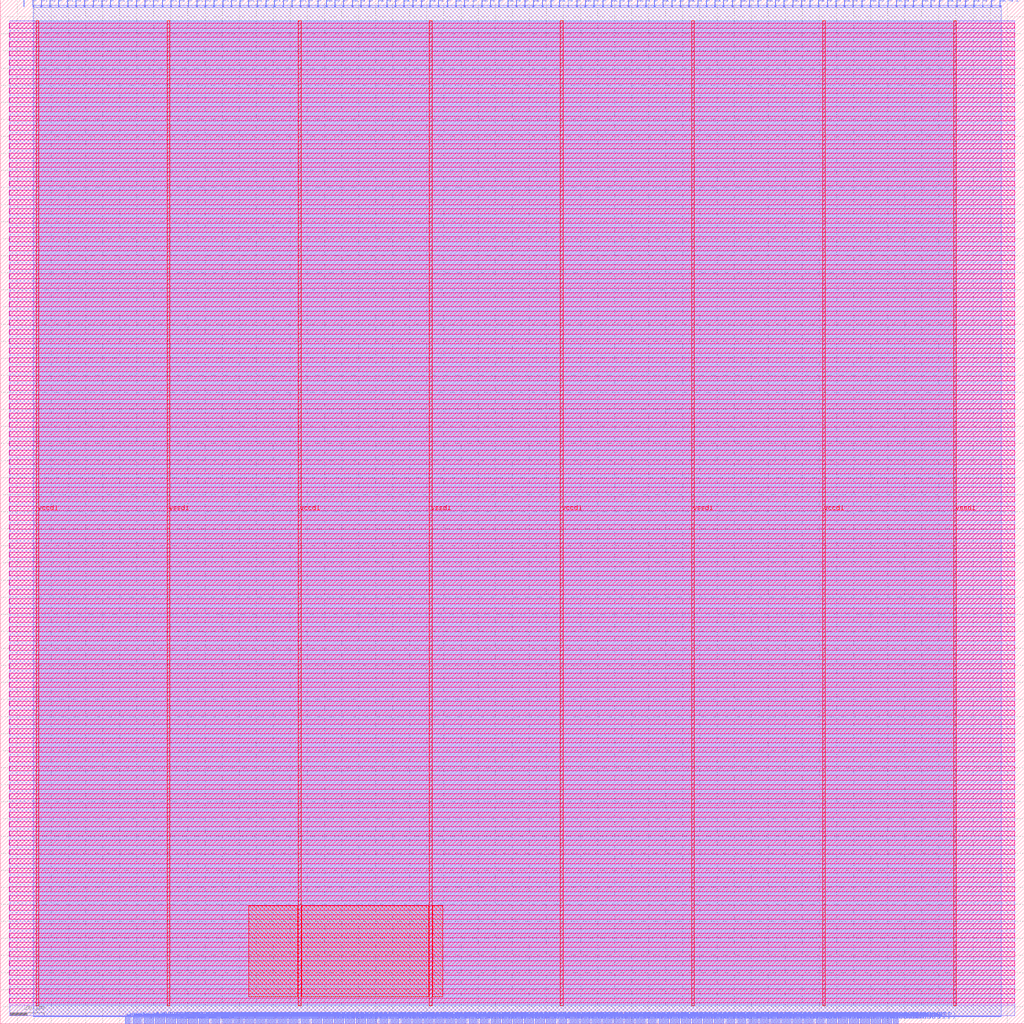
<source format=lef>
VERSION 5.7 ;
  NOWIREEXTENSIONATPIN ON ;
  DIVIDERCHAR "/" ;
  BUSBITCHARS "[]" ;
MACRO user_proj_example
  CLASS BLOCK ;
  FOREIGN user_proj_example ;
  ORIGIN 0.000 0.000 ;
  SIZE 600.000 BY 600.000 ;
  PIN io_in[0]
    DIRECTION INPUT ;
    USE SIGNAL ;
    PORT
      LAYER met2 ;
        RECT 13.890 596.000 14.170 600.000 ;
    END
  END io_in[0]
  PIN io_in[10]
    DIRECTION INPUT ;
    USE SIGNAL ;
    PORT
      LAYER met2 ;
        RECT 165.690 596.000 165.970 600.000 ;
    END
  END io_in[10]
  PIN io_in[11]
    DIRECTION INPUT ;
    USE SIGNAL ;
    PORT
      LAYER met2 ;
        RECT 180.870 596.000 181.150 600.000 ;
    END
  END io_in[11]
  PIN io_in[12]
    DIRECTION INPUT ;
    USE SIGNAL ;
    PORT
      LAYER met2 ;
        RECT 196.050 596.000 196.330 600.000 ;
    END
  END io_in[12]
  PIN io_in[13]
    DIRECTION INPUT ;
    USE SIGNAL ;
    PORT
      LAYER met2 ;
        RECT 211.230 596.000 211.510 600.000 ;
    END
  END io_in[13]
  PIN io_in[14]
    DIRECTION INPUT ;
    USE SIGNAL ;
    PORT
      LAYER met2 ;
        RECT 226.410 596.000 226.690 600.000 ;
    END
  END io_in[14]
  PIN io_in[15]
    DIRECTION INPUT ;
    USE SIGNAL ;
    PORT
      LAYER met2 ;
        RECT 241.590 596.000 241.870 600.000 ;
    END
  END io_in[15]
  PIN io_in[16]
    DIRECTION INPUT ;
    USE SIGNAL ;
    PORT
      LAYER met2 ;
        RECT 256.770 596.000 257.050 600.000 ;
    END
  END io_in[16]
  PIN io_in[17]
    DIRECTION INPUT ;
    USE SIGNAL ;
    PORT
      LAYER met2 ;
        RECT 271.950 596.000 272.230 600.000 ;
    END
  END io_in[17]
  PIN io_in[18]
    DIRECTION INPUT ;
    USE SIGNAL ;
    PORT
      LAYER met2 ;
        RECT 287.130 596.000 287.410 600.000 ;
    END
  END io_in[18]
  PIN io_in[19]
    DIRECTION INPUT ;
    USE SIGNAL ;
    PORT
      LAYER met2 ;
        RECT 302.310 596.000 302.590 600.000 ;
    END
  END io_in[19]
  PIN io_in[1]
    DIRECTION INPUT ;
    USE SIGNAL ;
    PORT
      LAYER met2 ;
        RECT 29.070 596.000 29.350 600.000 ;
    END
  END io_in[1]
  PIN io_in[20]
    DIRECTION INPUT ;
    USE SIGNAL ;
    PORT
      LAYER met2 ;
        RECT 317.490 596.000 317.770 600.000 ;
    END
  END io_in[20]
  PIN io_in[21]
    DIRECTION INPUT ;
    USE SIGNAL ;
    PORT
      LAYER met2 ;
        RECT 332.670 596.000 332.950 600.000 ;
    END
  END io_in[21]
  PIN io_in[22]
    DIRECTION INPUT ;
    USE SIGNAL ;
    PORT
      LAYER met2 ;
        RECT 347.850 596.000 348.130 600.000 ;
    END
  END io_in[22]
  PIN io_in[23]
    DIRECTION INPUT ;
    USE SIGNAL ;
    PORT
      LAYER met2 ;
        RECT 363.030 596.000 363.310 600.000 ;
    END
  END io_in[23]
  PIN io_in[24]
    DIRECTION INPUT ;
    USE SIGNAL ;
    PORT
      LAYER met2 ;
        RECT 378.210 596.000 378.490 600.000 ;
    END
  END io_in[24]
  PIN io_in[25]
    DIRECTION INPUT ;
    USE SIGNAL ;
    PORT
      LAYER met2 ;
        RECT 393.390 596.000 393.670 600.000 ;
    END
  END io_in[25]
  PIN io_in[26]
    DIRECTION INPUT ;
    USE SIGNAL ;
    PORT
      LAYER met2 ;
        RECT 408.570 596.000 408.850 600.000 ;
    END
  END io_in[26]
  PIN io_in[27]
    DIRECTION INPUT ;
    USE SIGNAL ;
    PORT
      LAYER met2 ;
        RECT 423.750 596.000 424.030 600.000 ;
    END
  END io_in[27]
  PIN io_in[28]
    DIRECTION INPUT ;
    USE SIGNAL ;
    PORT
      LAYER met2 ;
        RECT 438.930 596.000 439.210 600.000 ;
    END
  END io_in[28]
  PIN io_in[29]
    DIRECTION INPUT ;
    USE SIGNAL ;
    PORT
      LAYER met2 ;
        RECT 454.110 596.000 454.390 600.000 ;
    END
  END io_in[29]
  PIN io_in[2]
    DIRECTION INPUT ;
    USE SIGNAL ;
    PORT
      LAYER met2 ;
        RECT 44.250 596.000 44.530 600.000 ;
    END
  END io_in[2]
  PIN io_in[30]
    DIRECTION INPUT ;
    USE SIGNAL ;
    PORT
      LAYER met2 ;
        RECT 469.290 596.000 469.570 600.000 ;
    END
  END io_in[30]
  PIN io_in[31]
    DIRECTION INPUT ;
    USE SIGNAL ;
    PORT
      LAYER met2 ;
        RECT 484.470 596.000 484.750 600.000 ;
    END
  END io_in[31]
  PIN io_in[32]
    DIRECTION INPUT ;
    USE SIGNAL ;
    PORT
      LAYER met2 ;
        RECT 499.650 596.000 499.930 600.000 ;
    END
  END io_in[32]
  PIN io_in[33]
    DIRECTION INPUT ;
    USE SIGNAL ;
    PORT
      LAYER met2 ;
        RECT 514.830 596.000 515.110 600.000 ;
    END
  END io_in[33]
  PIN io_in[34]
    DIRECTION INPUT ;
    USE SIGNAL ;
    PORT
      LAYER met2 ;
        RECT 530.010 596.000 530.290 600.000 ;
    END
  END io_in[34]
  PIN io_in[35]
    DIRECTION INPUT ;
    USE SIGNAL ;
    PORT
      LAYER met2 ;
        RECT 545.190 596.000 545.470 600.000 ;
    END
  END io_in[35]
  PIN io_in[36]
    DIRECTION INPUT ;
    USE SIGNAL ;
    PORT
      LAYER met2 ;
        RECT 560.370 596.000 560.650 600.000 ;
    END
  END io_in[36]
  PIN io_in[37]
    DIRECTION INPUT ;
    USE SIGNAL ;
    PORT
      LAYER met2 ;
        RECT 575.550 596.000 575.830 600.000 ;
    END
  END io_in[37]
  PIN io_in[3]
    DIRECTION INPUT ;
    USE SIGNAL ;
    PORT
      LAYER met2 ;
        RECT 59.430 596.000 59.710 600.000 ;
    END
  END io_in[3]
  PIN io_in[4]
    DIRECTION INPUT ;
    USE SIGNAL ;
    PORT
      LAYER met2 ;
        RECT 74.610 596.000 74.890 600.000 ;
    END
  END io_in[4]
  PIN io_in[5]
    DIRECTION INPUT ;
    USE SIGNAL ;
    PORT
      LAYER met2 ;
        RECT 89.790 596.000 90.070 600.000 ;
    END
  END io_in[5]
  PIN io_in[6]
    DIRECTION INPUT ;
    USE SIGNAL ;
    PORT
      LAYER met2 ;
        RECT 104.970 596.000 105.250 600.000 ;
    END
  END io_in[6]
  PIN io_in[7]
    DIRECTION INPUT ;
    USE SIGNAL ;
    PORT
      LAYER met2 ;
        RECT 120.150 596.000 120.430 600.000 ;
    END
  END io_in[7]
  PIN io_in[8]
    DIRECTION INPUT ;
    USE SIGNAL ;
    PORT
      LAYER met2 ;
        RECT 135.330 596.000 135.610 600.000 ;
    END
  END io_in[8]
  PIN io_in[9]
    DIRECTION INPUT ;
    USE SIGNAL ;
    PORT
      LAYER met2 ;
        RECT 150.510 596.000 150.790 600.000 ;
    END
  END io_in[9]
  PIN io_oeb[0]
    DIRECTION OUTPUT TRISTATE ;
    USE SIGNAL ;
    PORT
      LAYER met2 ;
        RECT 18.950 596.000 19.230 600.000 ;
    END
  END io_oeb[0]
  PIN io_oeb[10]
    DIRECTION OUTPUT TRISTATE ;
    USE SIGNAL ;
    PORT
      LAYER met2 ;
        RECT 170.750 596.000 171.030 600.000 ;
    END
  END io_oeb[10]
  PIN io_oeb[11]
    DIRECTION OUTPUT TRISTATE ;
    USE SIGNAL ;
    PORT
      LAYER met2 ;
        RECT 185.930 596.000 186.210 600.000 ;
    END
  END io_oeb[11]
  PIN io_oeb[12]
    DIRECTION OUTPUT TRISTATE ;
    USE SIGNAL ;
    PORT
      LAYER met2 ;
        RECT 201.110 596.000 201.390 600.000 ;
    END
  END io_oeb[12]
  PIN io_oeb[13]
    DIRECTION OUTPUT TRISTATE ;
    USE SIGNAL ;
    PORT
      LAYER met2 ;
        RECT 216.290 596.000 216.570 600.000 ;
    END
  END io_oeb[13]
  PIN io_oeb[14]
    DIRECTION OUTPUT TRISTATE ;
    USE SIGNAL ;
    PORT
      LAYER met2 ;
        RECT 231.470 596.000 231.750 600.000 ;
    END
  END io_oeb[14]
  PIN io_oeb[15]
    DIRECTION OUTPUT TRISTATE ;
    USE SIGNAL ;
    PORT
      LAYER met2 ;
        RECT 246.650 596.000 246.930 600.000 ;
    END
  END io_oeb[15]
  PIN io_oeb[16]
    DIRECTION OUTPUT TRISTATE ;
    USE SIGNAL ;
    PORT
      LAYER met2 ;
        RECT 261.830 596.000 262.110 600.000 ;
    END
  END io_oeb[16]
  PIN io_oeb[17]
    DIRECTION OUTPUT TRISTATE ;
    USE SIGNAL ;
    PORT
      LAYER met2 ;
        RECT 277.010 596.000 277.290 600.000 ;
    END
  END io_oeb[17]
  PIN io_oeb[18]
    DIRECTION OUTPUT TRISTATE ;
    USE SIGNAL ;
    PORT
      LAYER met2 ;
        RECT 292.190 596.000 292.470 600.000 ;
    END
  END io_oeb[18]
  PIN io_oeb[19]
    DIRECTION OUTPUT TRISTATE ;
    USE SIGNAL ;
    PORT
      LAYER met2 ;
        RECT 307.370 596.000 307.650 600.000 ;
    END
  END io_oeb[19]
  PIN io_oeb[1]
    DIRECTION OUTPUT TRISTATE ;
    USE SIGNAL ;
    PORT
      LAYER met2 ;
        RECT 34.130 596.000 34.410 600.000 ;
    END
  END io_oeb[1]
  PIN io_oeb[20]
    DIRECTION OUTPUT TRISTATE ;
    USE SIGNAL ;
    PORT
      LAYER met2 ;
        RECT 322.550 596.000 322.830 600.000 ;
    END
  END io_oeb[20]
  PIN io_oeb[21]
    DIRECTION OUTPUT TRISTATE ;
    USE SIGNAL ;
    PORT
      LAYER met2 ;
        RECT 337.730 596.000 338.010 600.000 ;
    END
  END io_oeb[21]
  PIN io_oeb[22]
    DIRECTION OUTPUT TRISTATE ;
    USE SIGNAL ;
    PORT
      LAYER met2 ;
        RECT 352.910 596.000 353.190 600.000 ;
    END
  END io_oeb[22]
  PIN io_oeb[23]
    DIRECTION OUTPUT TRISTATE ;
    USE SIGNAL ;
    PORT
      LAYER met2 ;
        RECT 368.090 596.000 368.370 600.000 ;
    END
  END io_oeb[23]
  PIN io_oeb[24]
    DIRECTION OUTPUT TRISTATE ;
    USE SIGNAL ;
    PORT
      LAYER met2 ;
        RECT 383.270 596.000 383.550 600.000 ;
    END
  END io_oeb[24]
  PIN io_oeb[25]
    DIRECTION OUTPUT TRISTATE ;
    USE SIGNAL ;
    PORT
      LAYER met2 ;
        RECT 398.450 596.000 398.730 600.000 ;
    END
  END io_oeb[25]
  PIN io_oeb[26]
    DIRECTION OUTPUT TRISTATE ;
    USE SIGNAL ;
    PORT
      LAYER met2 ;
        RECT 413.630 596.000 413.910 600.000 ;
    END
  END io_oeb[26]
  PIN io_oeb[27]
    DIRECTION OUTPUT TRISTATE ;
    USE SIGNAL ;
    PORT
      LAYER met2 ;
        RECT 428.810 596.000 429.090 600.000 ;
    END
  END io_oeb[27]
  PIN io_oeb[28]
    DIRECTION OUTPUT TRISTATE ;
    USE SIGNAL ;
    PORT
      LAYER met2 ;
        RECT 443.990 596.000 444.270 600.000 ;
    END
  END io_oeb[28]
  PIN io_oeb[29]
    DIRECTION OUTPUT TRISTATE ;
    USE SIGNAL ;
    PORT
      LAYER met2 ;
        RECT 459.170 596.000 459.450 600.000 ;
    END
  END io_oeb[29]
  PIN io_oeb[2]
    DIRECTION OUTPUT TRISTATE ;
    USE SIGNAL ;
    PORT
      LAYER met2 ;
        RECT 49.310 596.000 49.590 600.000 ;
    END
  END io_oeb[2]
  PIN io_oeb[30]
    DIRECTION OUTPUT TRISTATE ;
    USE SIGNAL ;
    PORT
      LAYER met2 ;
        RECT 474.350 596.000 474.630 600.000 ;
    END
  END io_oeb[30]
  PIN io_oeb[31]
    DIRECTION OUTPUT TRISTATE ;
    USE SIGNAL ;
    PORT
      LAYER met2 ;
        RECT 489.530 596.000 489.810 600.000 ;
    END
  END io_oeb[31]
  PIN io_oeb[32]
    DIRECTION OUTPUT TRISTATE ;
    USE SIGNAL ;
    PORT
      LAYER met2 ;
        RECT 504.710 596.000 504.990 600.000 ;
    END
  END io_oeb[32]
  PIN io_oeb[33]
    DIRECTION OUTPUT TRISTATE ;
    USE SIGNAL ;
    PORT
      LAYER met2 ;
        RECT 519.890 596.000 520.170 600.000 ;
    END
  END io_oeb[33]
  PIN io_oeb[34]
    DIRECTION OUTPUT TRISTATE ;
    USE SIGNAL ;
    PORT
      LAYER met2 ;
        RECT 535.070 596.000 535.350 600.000 ;
    END
  END io_oeb[34]
  PIN io_oeb[35]
    DIRECTION OUTPUT TRISTATE ;
    USE SIGNAL ;
    PORT
      LAYER met2 ;
        RECT 550.250 596.000 550.530 600.000 ;
    END
  END io_oeb[35]
  PIN io_oeb[36]
    DIRECTION OUTPUT TRISTATE ;
    USE SIGNAL ;
    PORT
      LAYER met2 ;
        RECT 565.430 596.000 565.710 600.000 ;
    END
  END io_oeb[36]
  PIN io_oeb[37]
    DIRECTION OUTPUT TRISTATE ;
    USE SIGNAL ;
    PORT
      LAYER met2 ;
        RECT 580.610 596.000 580.890 600.000 ;
    END
  END io_oeb[37]
  PIN io_oeb[3]
    DIRECTION OUTPUT TRISTATE ;
    USE SIGNAL ;
    PORT
      LAYER met2 ;
        RECT 64.490 596.000 64.770 600.000 ;
    END
  END io_oeb[3]
  PIN io_oeb[4]
    DIRECTION OUTPUT TRISTATE ;
    USE SIGNAL ;
    PORT
      LAYER met2 ;
        RECT 79.670 596.000 79.950 600.000 ;
    END
  END io_oeb[4]
  PIN io_oeb[5]
    DIRECTION OUTPUT TRISTATE ;
    USE SIGNAL ;
    PORT
      LAYER met2 ;
        RECT 94.850 596.000 95.130 600.000 ;
    END
  END io_oeb[5]
  PIN io_oeb[6]
    DIRECTION OUTPUT TRISTATE ;
    USE SIGNAL ;
    PORT
      LAYER met2 ;
        RECT 110.030 596.000 110.310 600.000 ;
    END
  END io_oeb[6]
  PIN io_oeb[7]
    DIRECTION OUTPUT TRISTATE ;
    USE SIGNAL ;
    PORT
      LAYER met2 ;
        RECT 125.210 596.000 125.490 600.000 ;
    END
  END io_oeb[7]
  PIN io_oeb[8]
    DIRECTION OUTPUT TRISTATE ;
    USE SIGNAL ;
    PORT
      LAYER met2 ;
        RECT 140.390 596.000 140.670 600.000 ;
    END
  END io_oeb[8]
  PIN io_oeb[9]
    DIRECTION OUTPUT TRISTATE ;
    USE SIGNAL ;
    PORT
      LAYER met2 ;
        RECT 155.570 596.000 155.850 600.000 ;
    END
  END io_oeb[9]
  PIN io_out[0]
    DIRECTION OUTPUT TRISTATE ;
    USE SIGNAL ;
    PORT
      LAYER met2 ;
        RECT 24.010 596.000 24.290 600.000 ;
    END
  END io_out[0]
  PIN io_out[10]
    DIRECTION OUTPUT TRISTATE ;
    USE SIGNAL ;
    PORT
      LAYER met2 ;
        RECT 175.810 596.000 176.090 600.000 ;
    END
  END io_out[10]
  PIN io_out[11]
    DIRECTION OUTPUT TRISTATE ;
    USE SIGNAL ;
    PORT
      LAYER met2 ;
        RECT 190.990 596.000 191.270 600.000 ;
    END
  END io_out[11]
  PIN io_out[12]
    DIRECTION OUTPUT TRISTATE ;
    USE SIGNAL ;
    PORT
      LAYER met2 ;
        RECT 206.170 596.000 206.450 600.000 ;
    END
  END io_out[12]
  PIN io_out[13]
    DIRECTION OUTPUT TRISTATE ;
    USE SIGNAL ;
    PORT
      LAYER met2 ;
        RECT 221.350 596.000 221.630 600.000 ;
    END
  END io_out[13]
  PIN io_out[14]
    DIRECTION OUTPUT TRISTATE ;
    USE SIGNAL ;
    PORT
      LAYER met2 ;
        RECT 236.530 596.000 236.810 600.000 ;
    END
  END io_out[14]
  PIN io_out[15]
    DIRECTION OUTPUT TRISTATE ;
    USE SIGNAL ;
    PORT
      LAYER met2 ;
        RECT 251.710 596.000 251.990 600.000 ;
    END
  END io_out[15]
  PIN io_out[16]
    DIRECTION OUTPUT TRISTATE ;
    USE SIGNAL ;
    PORT
      LAYER met2 ;
        RECT 266.890 596.000 267.170 600.000 ;
    END
  END io_out[16]
  PIN io_out[17]
    DIRECTION OUTPUT TRISTATE ;
    USE SIGNAL ;
    PORT
      LAYER met2 ;
        RECT 282.070 596.000 282.350 600.000 ;
    END
  END io_out[17]
  PIN io_out[18]
    DIRECTION OUTPUT TRISTATE ;
    USE SIGNAL ;
    PORT
      LAYER met2 ;
        RECT 297.250 596.000 297.530 600.000 ;
    END
  END io_out[18]
  PIN io_out[19]
    DIRECTION OUTPUT TRISTATE ;
    USE SIGNAL ;
    PORT
      LAYER met2 ;
        RECT 312.430 596.000 312.710 600.000 ;
    END
  END io_out[19]
  PIN io_out[1]
    DIRECTION OUTPUT TRISTATE ;
    USE SIGNAL ;
    PORT
      LAYER met2 ;
        RECT 39.190 596.000 39.470 600.000 ;
    END
  END io_out[1]
  PIN io_out[20]
    DIRECTION OUTPUT TRISTATE ;
    USE SIGNAL ;
    PORT
      LAYER met2 ;
        RECT 327.610 596.000 327.890 600.000 ;
    END
  END io_out[20]
  PIN io_out[21]
    DIRECTION OUTPUT TRISTATE ;
    USE SIGNAL ;
    PORT
      LAYER met2 ;
        RECT 342.790 596.000 343.070 600.000 ;
    END
  END io_out[21]
  PIN io_out[22]
    DIRECTION OUTPUT TRISTATE ;
    USE SIGNAL ;
    PORT
      LAYER met2 ;
        RECT 357.970 596.000 358.250 600.000 ;
    END
  END io_out[22]
  PIN io_out[23]
    DIRECTION OUTPUT TRISTATE ;
    USE SIGNAL ;
    PORT
      LAYER met2 ;
        RECT 373.150 596.000 373.430 600.000 ;
    END
  END io_out[23]
  PIN io_out[24]
    DIRECTION OUTPUT TRISTATE ;
    USE SIGNAL ;
    PORT
      LAYER met2 ;
        RECT 388.330 596.000 388.610 600.000 ;
    END
  END io_out[24]
  PIN io_out[25]
    DIRECTION OUTPUT TRISTATE ;
    USE SIGNAL ;
    PORT
      LAYER met2 ;
        RECT 403.510 596.000 403.790 600.000 ;
    END
  END io_out[25]
  PIN io_out[26]
    DIRECTION OUTPUT TRISTATE ;
    USE SIGNAL ;
    PORT
      LAYER met2 ;
        RECT 418.690 596.000 418.970 600.000 ;
    END
  END io_out[26]
  PIN io_out[27]
    DIRECTION OUTPUT TRISTATE ;
    USE SIGNAL ;
    PORT
      LAYER met2 ;
        RECT 433.870 596.000 434.150 600.000 ;
    END
  END io_out[27]
  PIN io_out[28]
    DIRECTION OUTPUT TRISTATE ;
    USE SIGNAL ;
    PORT
      LAYER met2 ;
        RECT 449.050 596.000 449.330 600.000 ;
    END
  END io_out[28]
  PIN io_out[29]
    DIRECTION OUTPUT TRISTATE ;
    USE SIGNAL ;
    PORT
      LAYER met2 ;
        RECT 464.230 596.000 464.510 600.000 ;
    END
  END io_out[29]
  PIN io_out[2]
    DIRECTION OUTPUT TRISTATE ;
    USE SIGNAL ;
    PORT
      LAYER met2 ;
        RECT 54.370 596.000 54.650 600.000 ;
    END
  END io_out[2]
  PIN io_out[30]
    DIRECTION OUTPUT TRISTATE ;
    USE SIGNAL ;
    PORT
      LAYER met2 ;
        RECT 479.410 596.000 479.690 600.000 ;
    END
  END io_out[30]
  PIN io_out[31]
    DIRECTION OUTPUT TRISTATE ;
    USE SIGNAL ;
    PORT
      LAYER met2 ;
        RECT 494.590 596.000 494.870 600.000 ;
    END
  END io_out[31]
  PIN io_out[32]
    DIRECTION OUTPUT TRISTATE ;
    USE SIGNAL ;
    PORT
      LAYER met2 ;
        RECT 509.770 596.000 510.050 600.000 ;
    END
  END io_out[32]
  PIN io_out[33]
    DIRECTION OUTPUT TRISTATE ;
    USE SIGNAL ;
    PORT
      LAYER met2 ;
        RECT 524.950 596.000 525.230 600.000 ;
    END
  END io_out[33]
  PIN io_out[34]
    DIRECTION OUTPUT TRISTATE ;
    USE SIGNAL ;
    PORT
      LAYER met2 ;
        RECT 540.130 596.000 540.410 600.000 ;
    END
  END io_out[34]
  PIN io_out[35]
    DIRECTION OUTPUT TRISTATE ;
    USE SIGNAL ;
    PORT
      LAYER met2 ;
        RECT 555.310 596.000 555.590 600.000 ;
    END
  END io_out[35]
  PIN io_out[36]
    DIRECTION OUTPUT TRISTATE ;
    USE SIGNAL ;
    PORT
      LAYER met2 ;
        RECT 570.490 596.000 570.770 600.000 ;
    END
  END io_out[36]
  PIN io_out[37]
    DIRECTION OUTPUT TRISTATE ;
    USE SIGNAL ;
    PORT
      LAYER met2 ;
        RECT 585.670 596.000 585.950 600.000 ;
    END
  END io_out[37]
  PIN io_out[3]
    DIRECTION OUTPUT TRISTATE ;
    USE SIGNAL ;
    PORT
      LAYER met2 ;
        RECT 69.550 596.000 69.830 600.000 ;
    END
  END io_out[3]
  PIN io_out[4]
    DIRECTION OUTPUT TRISTATE ;
    USE SIGNAL ;
    PORT
      LAYER met2 ;
        RECT 84.730 596.000 85.010 600.000 ;
    END
  END io_out[4]
  PIN io_out[5]
    DIRECTION OUTPUT TRISTATE ;
    USE SIGNAL ;
    PORT
      LAYER met2 ;
        RECT 99.910 596.000 100.190 600.000 ;
    END
  END io_out[5]
  PIN io_out[6]
    DIRECTION OUTPUT TRISTATE ;
    USE SIGNAL ;
    PORT
      LAYER met2 ;
        RECT 115.090 596.000 115.370 600.000 ;
    END
  END io_out[6]
  PIN io_out[7]
    DIRECTION OUTPUT TRISTATE ;
    USE SIGNAL ;
    PORT
      LAYER met2 ;
        RECT 130.270 596.000 130.550 600.000 ;
    END
  END io_out[7]
  PIN io_out[8]
    DIRECTION OUTPUT TRISTATE ;
    USE SIGNAL ;
    PORT
      LAYER met2 ;
        RECT 145.450 596.000 145.730 600.000 ;
    END
  END io_out[8]
  PIN io_out[9]
    DIRECTION OUTPUT TRISTATE ;
    USE SIGNAL ;
    PORT
      LAYER met2 ;
        RECT 160.630 596.000 160.910 600.000 ;
    END
  END io_out[9]
  PIN irq[0]
    DIRECTION OUTPUT TRISTATE ;
    USE SIGNAL ;
    PORT
      LAYER met2 ;
        RECT 524.030 0.000 524.310 4.000 ;
    END
  END irq[0]
  PIN irq[1]
    DIRECTION OUTPUT TRISTATE ;
    USE SIGNAL ;
    PORT
      LAYER met2 ;
        RECT 524.950 0.000 525.230 4.000 ;
    END
  END irq[1]
  PIN irq[2]
    DIRECTION OUTPUT TRISTATE ;
    USE SIGNAL ;
    PORT
      LAYER met2 ;
        RECT 525.870 0.000 526.150 4.000 ;
    END
  END irq[2]
  PIN la_data_in[0]
    DIRECTION INPUT ;
    USE SIGNAL ;
    PORT
      LAYER met2 ;
        RECT 170.750 0.000 171.030 4.000 ;
    END
  END la_data_in[0]
  PIN la_data_in[100]
    DIRECTION INPUT ;
    USE SIGNAL ;
    PORT
      LAYER met2 ;
        RECT 446.750 0.000 447.030 4.000 ;
    END
  END la_data_in[100]
  PIN la_data_in[101]
    DIRECTION INPUT ;
    USE SIGNAL ;
    PORT
      LAYER met2 ;
        RECT 449.510 0.000 449.790 4.000 ;
    END
  END la_data_in[101]
  PIN la_data_in[102]
    DIRECTION INPUT ;
    USE SIGNAL ;
    PORT
      LAYER met2 ;
        RECT 452.270 0.000 452.550 4.000 ;
    END
  END la_data_in[102]
  PIN la_data_in[103]
    DIRECTION INPUT ;
    USE SIGNAL ;
    PORT
      LAYER met2 ;
        RECT 455.030 0.000 455.310 4.000 ;
    END
  END la_data_in[103]
  PIN la_data_in[104]
    DIRECTION INPUT ;
    USE SIGNAL ;
    PORT
      LAYER met2 ;
        RECT 457.790 0.000 458.070 4.000 ;
    END
  END la_data_in[104]
  PIN la_data_in[105]
    DIRECTION INPUT ;
    USE SIGNAL ;
    PORT
      LAYER met2 ;
        RECT 460.550 0.000 460.830 4.000 ;
    END
  END la_data_in[105]
  PIN la_data_in[106]
    DIRECTION INPUT ;
    USE SIGNAL ;
    PORT
      LAYER met2 ;
        RECT 463.310 0.000 463.590 4.000 ;
    END
  END la_data_in[106]
  PIN la_data_in[107]
    DIRECTION INPUT ;
    USE SIGNAL ;
    PORT
      LAYER met2 ;
        RECT 466.070 0.000 466.350 4.000 ;
    END
  END la_data_in[107]
  PIN la_data_in[108]
    DIRECTION INPUT ;
    USE SIGNAL ;
    PORT
      LAYER met2 ;
        RECT 468.830 0.000 469.110 4.000 ;
    END
  END la_data_in[108]
  PIN la_data_in[109]
    DIRECTION INPUT ;
    USE SIGNAL ;
    PORT
      LAYER met2 ;
        RECT 471.590 0.000 471.870 4.000 ;
    END
  END la_data_in[109]
  PIN la_data_in[10]
    DIRECTION INPUT ;
    USE SIGNAL ;
    PORT
      LAYER met2 ;
        RECT 198.350 0.000 198.630 4.000 ;
    END
  END la_data_in[10]
  PIN la_data_in[110]
    DIRECTION INPUT ;
    USE SIGNAL ;
    PORT
      LAYER met2 ;
        RECT 474.350 0.000 474.630 4.000 ;
    END
  END la_data_in[110]
  PIN la_data_in[111]
    DIRECTION INPUT ;
    USE SIGNAL ;
    PORT
      LAYER met2 ;
        RECT 477.110 0.000 477.390 4.000 ;
    END
  END la_data_in[111]
  PIN la_data_in[112]
    DIRECTION INPUT ;
    USE SIGNAL ;
    PORT
      LAYER met2 ;
        RECT 479.870 0.000 480.150 4.000 ;
    END
  END la_data_in[112]
  PIN la_data_in[113]
    DIRECTION INPUT ;
    USE SIGNAL ;
    PORT
      LAYER met2 ;
        RECT 482.630 0.000 482.910 4.000 ;
    END
  END la_data_in[113]
  PIN la_data_in[114]
    DIRECTION INPUT ;
    USE SIGNAL ;
    PORT
      LAYER met2 ;
        RECT 485.390 0.000 485.670 4.000 ;
    END
  END la_data_in[114]
  PIN la_data_in[115]
    DIRECTION INPUT ;
    USE SIGNAL ;
    PORT
      LAYER met2 ;
        RECT 488.150 0.000 488.430 4.000 ;
    END
  END la_data_in[115]
  PIN la_data_in[116]
    DIRECTION INPUT ;
    USE SIGNAL ;
    PORT
      LAYER met2 ;
        RECT 490.910 0.000 491.190 4.000 ;
    END
  END la_data_in[116]
  PIN la_data_in[117]
    DIRECTION INPUT ;
    USE SIGNAL ;
    PORT
      LAYER met2 ;
        RECT 493.670 0.000 493.950 4.000 ;
    END
  END la_data_in[117]
  PIN la_data_in[118]
    DIRECTION INPUT ;
    USE SIGNAL ;
    PORT
      LAYER met2 ;
        RECT 496.430 0.000 496.710 4.000 ;
    END
  END la_data_in[118]
  PIN la_data_in[119]
    DIRECTION INPUT ;
    USE SIGNAL ;
    PORT
      LAYER met2 ;
        RECT 499.190 0.000 499.470 4.000 ;
    END
  END la_data_in[119]
  PIN la_data_in[11]
    DIRECTION INPUT ;
    USE SIGNAL ;
    PORT
      LAYER met2 ;
        RECT 201.110 0.000 201.390 4.000 ;
    END
  END la_data_in[11]
  PIN la_data_in[120]
    DIRECTION INPUT ;
    USE SIGNAL ;
    PORT
      LAYER met2 ;
        RECT 501.950 0.000 502.230 4.000 ;
    END
  END la_data_in[120]
  PIN la_data_in[121]
    DIRECTION INPUT ;
    USE SIGNAL ;
    PORT
      LAYER met2 ;
        RECT 504.710 0.000 504.990 4.000 ;
    END
  END la_data_in[121]
  PIN la_data_in[122]
    DIRECTION INPUT ;
    USE SIGNAL ;
    PORT
      LAYER met2 ;
        RECT 507.470 0.000 507.750 4.000 ;
    END
  END la_data_in[122]
  PIN la_data_in[123]
    DIRECTION INPUT ;
    USE SIGNAL ;
    PORT
      LAYER met2 ;
        RECT 510.230 0.000 510.510 4.000 ;
    END
  END la_data_in[123]
  PIN la_data_in[124]
    DIRECTION INPUT ;
    USE SIGNAL ;
    PORT
      LAYER met2 ;
        RECT 512.990 0.000 513.270 4.000 ;
    END
  END la_data_in[124]
  PIN la_data_in[125]
    DIRECTION INPUT ;
    USE SIGNAL ;
    PORT
      LAYER met2 ;
        RECT 515.750 0.000 516.030 4.000 ;
    END
  END la_data_in[125]
  PIN la_data_in[126]
    DIRECTION INPUT ;
    USE SIGNAL ;
    PORT
      LAYER met2 ;
        RECT 518.510 0.000 518.790 4.000 ;
    END
  END la_data_in[126]
  PIN la_data_in[127]
    DIRECTION INPUT ;
    USE SIGNAL ;
    PORT
      LAYER met2 ;
        RECT 521.270 0.000 521.550 4.000 ;
    END
  END la_data_in[127]
  PIN la_data_in[12]
    DIRECTION INPUT ;
    USE SIGNAL ;
    PORT
      LAYER met2 ;
        RECT 203.870 0.000 204.150 4.000 ;
    END
  END la_data_in[12]
  PIN la_data_in[13]
    DIRECTION INPUT ;
    USE SIGNAL ;
    PORT
      LAYER met2 ;
        RECT 206.630 0.000 206.910 4.000 ;
    END
  END la_data_in[13]
  PIN la_data_in[14]
    DIRECTION INPUT ;
    USE SIGNAL ;
    PORT
      LAYER met2 ;
        RECT 209.390 0.000 209.670 4.000 ;
    END
  END la_data_in[14]
  PIN la_data_in[15]
    DIRECTION INPUT ;
    USE SIGNAL ;
    PORT
      LAYER met2 ;
        RECT 212.150 0.000 212.430 4.000 ;
    END
  END la_data_in[15]
  PIN la_data_in[16]
    DIRECTION INPUT ;
    USE SIGNAL ;
    PORT
      LAYER met2 ;
        RECT 214.910 0.000 215.190 4.000 ;
    END
  END la_data_in[16]
  PIN la_data_in[17]
    DIRECTION INPUT ;
    USE SIGNAL ;
    PORT
      LAYER met2 ;
        RECT 217.670 0.000 217.950 4.000 ;
    END
  END la_data_in[17]
  PIN la_data_in[18]
    DIRECTION INPUT ;
    USE SIGNAL ;
    PORT
      LAYER met2 ;
        RECT 220.430 0.000 220.710 4.000 ;
    END
  END la_data_in[18]
  PIN la_data_in[19]
    DIRECTION INPUT ;
    USE SIGNAL ;
    PORT
      LAYER met2 ;
        RECT 223.190 0.000 223.470 4.000 ;
    END
  END la_data_in[19]
  PIN la_data_in[1]
    DIRECTION INPUT ;
    USE SIGNAL ;
    PORT
      LAYER met2 ;
        RECT 173.510 0.000 173.790 4.000 ;
    END
  END la_data_in[1]
  PIN la_data_in[20]
    DIRECTION INPUT ;
    USE SIGNAL ;
    PORT
      LAYER met2 ;
        RECT 225.950 0.000 226.230 4.000 ;
    END
  END la_data_in[20]
  PIN la_data_in[21]
    DIRECTION INPUT ;
    USE SIGNAL ;
    PORT
      LAYER met2 ;
        RECT 228.710 0.000 228.990 4.000 ;
    END
  END la_data_in[21]
  PIN la_data_in[22]
    DIRECTION INPUT ;
    USE SIGNAL ;
    PORT
      LAYER met2 ;
        RECT 231.470 0.000 231.750 4.000 ;
    END
  END la_data_in[22]
  PIN la_data_in[23]
    DIRECTION INPUT ;
    USE SIGNAL ;
    PORT
      LAYER met2 ;
        RECT 234.230 0.000 234.510 4.000 ;
    END
  END la_data_in[23]
  PIN la_data_in[24]
    DIRECTION INPUT ;
    USE SIGNAL ;
    PORT
      LAYER met2 ;
        RECT 236.990 0.000 237.270 4.000 ;
    END
  END la_data_in[24]
  PIN la_data_in[25]
    DIRECTION INPUT ;
    USE SIGNAL ;
    PORT
      LAYER met2 ;
        RECT 239.750 0.000 240.030 4.000 ;
    END
  END la_data_in[25]
  PIN la_data_in[26]
    DIRECTION INPUT ;
    USE SIGNAL ;
    PORT
      LAYER met2 ;
        RECT 242.510 0.000 242.790 4.000 ;
    END
  END la_data_in[26]
  PIN la_data_in[27]
    DIRECTION INPUT ;
    USE SIGNAL ;
    PORT
      LAYER met2 ;
        RECT 245.270 0.000 245.550 4.000 ;
    END
  END la_data_in[27]
  PIN la_data_in[28]
    DIRECTION INPUT ;
    USE SIGNAL ;
    PORT
      LAYER met2 ;
        RECT 248.030 0.000 248.310 4.000 ;
    END
  END la_data_in[28]
  PIN la_data_in[29]
    DIRECTION INPUT ;
    USE SIGNAL ;
    PORT
      LAYER met2 ;
        RECT 250.790 0.000 251.070 4.000 ;
    END
  END la_data_in[29]
  PIN la_data_in[2]
    DIRECTION INPUT ;
    USE SIGNAL ;
    PORT
      LAYER met2 ;
        RECT 176.270 0.000 176.550 4.000 ;
    END
  END la_data_in[2]
  PIN la_data_in[30]
    DIRECTION INPUT ;
    USE SIGNAL ;
    PORT
      LAYER met2 ;
        RECT 253.550 0.000 253.830 4.000 ;
    END
  END la_data_in[30]
  PIN la_data_in[31]
    DIRECTION INPUT ;
    USE SIGNAL ;
    PORT
      LAYER met2 ;
        RECT 256.310 0.000 256.590 4.000 ;
    END
  END la_data_in[31]
  PIN la_data_in[32]
    DIRECTION INPUT ;
    USE SIGNAL ;
    PORT
      LAYER met2 ;
        RECT 259.070 0.000 259.350 4.000 ;
    END
  END la_data_in[32]
  PIN la_data_in[33]
    DIRECTION INPUT ;
    USE SIGNAL ;
    PORT
      LAYER met2 ;
        RECT 261.830 0.000 262.110 4.000 ;
    END
  END la_data_in[33]
  PIN la_data_in[34]
    DIRECTION INPUT ;
    USE SIGNAL ;
    PORT
      LAYER met2 ;
        RECT 264.590 0.000 264.870 4.000 ;
    END
  END la_data_in[34]
  PIN la_data_in[35]
    DIRECTION INPUT ;
    USE SIGNAL ;
    PORT
      LAYER met2 ;
        RECT 267.350 0.000 267.630 4.000 ;
    END
  END la_data_in[35]
  PIN la_data_in[36]
    DIRECTION INPUT ;
    USE SIGNAL ;
    PORT
      LAYER met2 ;
        RECT 270.110 0.000 270.390 4.000 ;
    END
  END la_data_in[36]
  PIN la_data_in[37]
    DIRECTION INPUT ;
    USE SIGNAL ;
    PORT
      LAYER met2 ;
        RECT 272.870 0.000 273.150 4.000 ;
    END
  END la_data_in[37]
  PIN la_data_in[38]
    DIRECTION INPUT ;
    USE SIGNAL ;
    PORT
      LAYER met2 ;
        RECT 275.630 0.000 275.910 4.000 ;
    END
  END la_data_in[38]
  PIN la_data_in[39]
    DIRECTION INPUT ;
    USE SIGNAL ;
    PORT
      LAYER met2 ;
        RECT 278.390 0.000 278.670 4.000 ;
    END
  END la_data_in[39]
  PIN la_data_in[3]
    DIRECTION INPUT ;
    USE SIGNAL ;
    PORT
      LAYER met2 ;
        RECT 179.030 0.000 179.310 4.000 ;
    END
  END la_data_in[3]
  PIN la_data_in[40]
    DIRECTION INPUT ;
    USE SIGNAL ;
    PORT
      LAYER met2 ;
        RECT 281.150 0.000 281.430 4.000 ;
    END
  END la_data_in[40]
  PIN la_data_in[41]
    DIRECTION INPUT ;
    USE SIGNAL ;
    PORT
      LAYER met2 ;
        RECT 283.910 0.000 284.190 4.000 ;
    END
  END la_data_in[41]
  PIN la_data_in[42]
    DIRECTION INPUT ;
    USE SIGNAL ;
    PORT
      LAYER met2 ;
        RECT 286.670 0.000 286.950 4.000 ;
    END
  END la_data_in[42]
  PIN la_data_in[43]
    DIRECTION INPUT ;
    USE SIGNAL ;
    PORT
      LAYER met2 ;
        RECT 289.430 0.000 289.710 4.000 ;
    END
  END la_data_in[43]
  PIN la_data_in[44]
    DIRECTION INPUT ;
    USE SIGNAL ;
    PORT
      LAYER met2 ;
        RECT 292.190 0.000 292.470 4.000 ;
    END
  END la_data_in[44]
  PIN la_data_in[45]
    DIRECTION INPUT ;
    USE SIGNAL ;
    PORT
      LAYER met2 ;
        RECT 294.950 0.000 295.230 4.000 ;
    END
  END la_data_in[45]
  PIN la_data_in[46]
    DIRECTION INPUT ;
    USE SIGNAL ;
    PORT
      LAYER met2 ;
        RECT 297.710 0.000 297.990 4.000 ;
    END
  END la_data_in[46]
  PIN la_data_in[47]
    DIRECTION INPUT ;
    USE SIGNAL ;
    PORT
      LAYER met2 ;
        RECT 300.470 0.000 300.750 4.000 ;
    END
  END la_data_in[47]
  PIN la_data_in[48]
    DIRECTION INPUT ;
    USE SIGNAL ;
    PORT
      LAYER met2 ;
        RECT 303.230 0.000 303.510 4.000 ;
    END
  END la_data_in[48]
  PIN la_data_in[49]
    DIRECTION INPUT ;
    USE SIGNAL ;
    PORT
      LAYER met2 ;
        RECT 305.990 0.000 306.270 4.000 ;
    END
  END la_data_in[49]
  PIN la_data_in[4]
    DIRECTION INPUT ;
    USE SIGNAL ;
    PORT
      LAYER met2 ;
        RECT 181.790 0.000 182.070 4.000 ;
    END
  END la_data_in[4]
  PIN la_data_in[50]
    DIRECTION INPUT ;
    USE SIGNAL ;
    PORT
      LAYER met2 ;
        RECT 308.750 0.000 309.030 4.000 ;
    END
  END la_data_in[50]
  PIN la_data_in[51]
    DIRECTION INPUT ;
    USE SIGNAL ;
    PORT
      LAYER met2 ;
        RECT 311.510 0.000 311.790 4.000 ;
    END
  END la_data_in[51]
  PIN la_data_in[52]
    DIRECTION INPUT ;
    USE SIGNAL ;
    PORT
      LAYER met2 ;
        RECT 314.270 0.000 314.550 4.000 ;
    END
  END la_data_in[52]
  PIN la_data_in[53]
    DIRECTION INPUT ;
    USE SIGNAL ;
    PORT
      LAYER met2 ;
        RECT 317.030 0.000 317.310 4.000 ;
    END
  END la_data_in[53]
  PIN la_data_in[54]
    DIRECTION INPUT ;
    USE SIGNAL ;
    PORT
      LAYER met2 ;
        RECT 319.790 0.000 320.070 4.000 ;
    END
  END la_data_in[54]
  PIN la_data_in[55]
    DIRECTION INPUT ;
    USE SIGNAL ;
    PORT
      LAYER met2 ;
        RECT 322.550 0.000 322.830 4.000 ;
    END
  END la_data_in[55]
  PIN la_data_in[56]
    DIRECTION INPUT ;
    USE SIGNAL ;
    PORT
      LAYER met2 ;
        RECT 325.310 0.000 325.590 4.000 ;
    END
  END la_data_in[56]
  PIN la_data_in[57]
    DIRECTION INPUT ;
    USE SIGNAL ;
    PORT
      LAYER met2 ;
        RECT 328.070 0.000 328.350 4.000 ;
    END
  END la_data_in[57]
  PIN la_data_in[58]
    DIRECTION INPUT ;
    USE SIGNAL ;
    PORT
      LAYER met2 ;
        RECT 330.830 0.000 331.110 4.000 ;
    END
  END la_data_in[58]
  PIN la_data_in[59]
    DIRECTION INPUT ;
    USE SIGNAL ;
    PORT
      LAYER met2 ;
        RECT 333.590 0.000 333.870 4.000 ;
    END
  END la_data_in[59]
  PIN la_data_in[5]
    DIRECTION INPUT ;
    USE SIGNAL ;
    PORT
      LAYER met2 ;
        RECT 184.550 0.000 184.830 4.000 ;
    END
  END la_data_in[5]
  PIN la_data_in[60]
    DIRECTION INPUT ;
    USE SIGNAL ;
    PORT
      LAYER met2 ;
        RECT 336.350 0.000 336.630 4.000 ;
    END
  END la_data_in[60]
  PIN la_data_in[61]
    DIRECTION INPUT ;
    USE SIGNAL ;
    PORT
      LAYER met2 ;
        RECT 339.110 0.000 339.390 4.000 ;
    END
  END la_data_in[61]
  PIN la_data_in[62]
    DIRECTION INPUT ;
    USE SIGNAL ;
    PORT
      LAYER met2 ;
        RECT 341.870 0.000 342.150 4.000 ;
    END
  END la_data_in[62]
  PIN la_data_in[63]
    DIRECTION INPUT ;
    USE SIGNAL ;
    PORT
      LAYER met2 ;
        RECT 344.630 0.000 344.910 4.000 ;
    END
  END la_data_in[63]
  PIN la_data_in[64]
    DIRECTION INPUT ;
    USE SIGNAL ;
    PORT
      LAYER met2 ;
        RECT 347.390 0.000 347.670 4.000 ;
    END
  END la_data_in[64]
  PIN la_data_in[65]
    DIRECTION INPUT ;
    USE SIGNAL ;
    PORT
      LAYER met2 ;
        RECT 350.150 0.000 350.430 4.000 ;
    END
  END la_data_in[65]
  PIN la_data_in[66]
    DIRECTION INPUT ;
    USE SIGNAL ;
    PORT
      LAYER met2 ;
        RECT 352.910 0.000 353.190 4.000 ;
    END
  END la_data_in[66]
  PIN la_data_in[67]
    DIRECTION INPUT ;
    USE SIGNAL ;
    PORT
      LAYER met2 ;
        RECT 355.670 0.000 355.950 4.000 ;
    END
  END la_data_in[67]
  PIN la_data_in[68]
    DIRECTION INPUT ;
    USE SIGNAL ;
    PORT
      LAYER met2 ;
        RECT 358.430 0.000 358.710 4.000 ;
    END
  END la_data_in[68]
  PIN la_data_in[69]
    DIRECTION INPUT ;
    USE SIGNAL ;
    PORT
      LAYER met2 ;
        RECT 361.190 0.000 361.470 4.000 ;
    END
  END la_data_in[69]
  PIN la_data_in[6]
    DIRECTION INPUT ;
    USE SIGNAL ;
    PORT
      LAYER met2 ;
        RECT 187.310 0.000 187.590 4.000 ;
    END
  END la_data_in[6]
  PIN la_data_in[70]
    DIRECTION INPUT ;
    USE SIGNAL ;
    PORT
      LAYER met2 ;
        RECT 363.950 0.000 364.230 4.000 ;
    END
  END la_data_in[70]
  PIN la_data_in[71]
    DIRECTION INPUT ;
    USE SIGNAL ;
    PORT
      LAYER met2 ;
        RECT 366.710 0.000 366.990 4.000 ;
    END
  END la_data_in[71]
  PIN la_data_in[72]
    DIRECTION INPUT ;
    USE SIGNAL ;
    PORT
      LAYER met2 ;
        RECT 369.470 0.000 369.750 4.000 ;
    END
  END la_data_in[72]
  PIN la_data_in[73]
    DIRECTION INPUT ;
    USE SIGNAL ;
    PORT
      LAYER met2 ;
        RECT 372.230 0.000 372.510 4.000 ;
    END
  END la_data_in[73]
  PIN la_data_in[74]
    DIRECTION INPUT ;
    USE SIGNAL ;
    PORT
      LAYER met2 ;
        RECT 374.990 0.000 375.270 4.000 ;
    END
  END la_data_in[74]
  PIN la_data_in[75]
    DIRECTION INPUT ;
    USE SIGNAL ;
    PORT
      LAYER met2 ;
        RECT 377.750 0.000 378.030 4.000 ;
    END
  END la_data_in[75]
  PIN la_data_in[76]
    DIRECTION INPUT ;
    USE SIGNAL ;
    PORT
      LAYER met2 ;
        RECT 380.510 0.000 380.790 4.000 ;
    END
  END la_data_in[76]
  PIN la_data_in[77]
    DIRECTION INPUT ;
    USE SIGNAL ;
    PORT
      LAYER met2 ;
        RECT 383.270 0.000 383.550 4.000 ;
    END
  END la_data_in[77]
  PIN la_data_in[78]
    DIRECTION INPUT ;
    USE SIGNAL ;
    PORT
      LAYER met2 ;
        RECT 386.030 0.000 386.310 4.000 ;
    END
  END la_data_in[78]
  PIN la_data_in[79]
    DIRECTION INPUT ;
    USE SIGNAL ;
    PORT
      LAYER met2 ;
        RECT 388.790 0.000 389.070 4.000 ;
    END
  END la_data_in[79]
  PIN la_data_in[7]
    DIRECTION INPUT ;
    USE SIGNAL ;
    PORT
      LAYER met2 ;
        RECT 190.070 0.000 190.350 4.000 ;
    END
  END la_data_in[7]
  PIN la_data_in[80]
    DIRECTION INPUT ;
    USE SIGNAL ;
    PORT
      LAYER met2 ;
        RECT 391.550 0.000 391.830 4.000 ;
    END
  END la_data_in[80]
  PIN la_data_in[81]
    DIRECTION INPUT ;
    USE SIGNAL ;
    PORT
      LAYER met2 ;
        RECT 394.310 0.000 394.590 4.000 ;
    END
  END la_data_in[81]
  PIN la_data_in[82]
    DIRECTION INPUT ;
    USE SIGNAL ;
    PORT
      LAYER met2 ;
        RECT 397.070 0.000 397.350 4.000 ;
    END
  END la_data_in[82]
  PIN la_data_in[83]
    DIRECTION INPUT ;
    USE SIGNAL ;
    PORT
      LAYER met2 ;
        RECT 399.830 0.000 400.110 4.000 ;
    END
  END la_data_in[83]
  PIN la_data_in[84]
    DIRECTION INPUT ;
    USE SIGNAL ;
    PORT
      LAYER met2 ;
        RECT 402.590 0.000 402.870 4.000 ;
    END
  END la_data_in[84]
  PIN la_data_in[85]
    DIRECTION INPUT ;
    USE SIGNAL ;
    PORT
      LAYER met2 ;
        RECT 405.350 0.000 405.630 4.000 ;
    END
  END la_data_in[85]
  PIN la_data_in[86]
    DIRECTION INPUT ;
    USE SIGNAL ;
    PORT
      LAYER met2 ;
        RECT 408.110 0.000 408.390 4.000 ;
    END
  END la_data_in[86]
  PIN la_data_in[87]
    DIRECTION INPUT ;
    USE SIGNAL ;
    PORT
      LAYER met2 ;
        RECT 410.870 0.000 411.150 4.000 ;
    END
  END la_data_in[87]
  PIN la_data_in[88]
    DIRECTION INPUT ;
    USE SIGNAL ;
    PORT
      LAYER met2 ;
        RECT 413.630 0.000 413.910 4.000 ;
    END
  END la_data_in[88]
  PIN la_data_in[89]
    DIRECTION INPUT ;
    USE SIGNAL ;
    PORT
      LAYER met2 ;
        RECT 416.390 0.000 416.670 4.000 ;
    END
  END la_data_in[89]
  PIN la_data_in[8]
    DIRECTION INPUT ;
    USE SIGNAL ;
    PORT
      LAYER met2 ;
        RECT 192.830 0.000 193.110 4.000 ;
    END
  END la_data_in[8]
  PIN la_data_in[90]
    DIRECTION INPUT ;
    USE SIGNAL ;
    PORT
      LAYER met2 ;
        RECT 419.150 0.000 419.430 4.000 ;
    END
  END la_data_in[90]
  PIN la_data_in[91]
    DIRECTION INPUT ;
    USE SIGNAL ;
    PORT
      LAYER met2 ;
        RECT 421.910 0.000 422.190 4.000 ;
    END
  END la_data_in[91]
  PIN la_data_in[92]
    DIRECTION INPUT ;
    USE SIGNAL ;
    PORT
      LAYER met2 ;
        RECT 424.670 0.000 424.950 4.000 ;
    END
  END la_data_in[92]
  PIN la_data_in[93]
    DIRECTION INPUT ;
    USE SIGNAL ;
    PORT
      LAYER met2 ;
        RECT 427.430 0.000 427.710 4.000 ;
    END
  END la_data_in[93]
  PIN la_data_in[94]
    DIRECTION INPUT ;
    USE SIGNAL ;
    PORT
      LAYER met2 ;
        RECT 430.190 0.000 430.470 4.000 ;
    END
  END la_data_in[94]
  PIN la_data_in[95]
    DIRECTION INPUT ;
    USE SIGNAL ;
    PORT
      LAYER met2 ;
        RECT 432.950 0.000 433.230 4.000 ;
    END
  END la_data_in[95]
  PIN la_data_in[96]
    DIRECTION INPUT ;
    USE SIGNAL ;
    PORT
      LAYER met2 ;
        RECT 435.710 0.000 435.990 4.000 ;
    END
  END la_data_in[96]
  PIN la_data_in[97]
    DIRECTION INPUT ;
    USE SIGNAL ;
    PORT
      LAYER met2 ;
        RECT 438.470 0.000 438.750 4.000 ;
    END
  END la_data_in[97]
  PIN la_data_in[98]
    DIRECTION INPUT ;
    USE SIGNAL ;
    PORT
      LAYER met2 ;
        RECT 441.230 0.000 441.510 4.000 ;
    END
  END la_data_in[98]
  PIN la_data_in[99]
    DIRECTION INPUT ;
    USE SIGNAL ;
    PORT
      LAYER met2 ;
        RECT 443.990 0.000 444.270 4.000 ;
    END
  END la_data_in[99]
  PIN la_data_in[9]
    DIRECTION INPUT ;
    USE SIGNAL ;
    PORT
      LAYER met2 ;
        RECT 195.590 0.000 195.870 4.000 ;
    END
  END la_data_in[9]
  PIN la_data_out[0]
    DIRECTION OUTPUT TRISTATE ;
    USE SIGNAL ;
    PORT
      LAYER met2 ;
        RECT 171.670 0.000 171.950 4.000 ;
    END
  END la_data_out[0]
  PIN la_data_out[100]
    DIRECTION OUTPUT TRISTATE ;
    USE SIGNAL ;
    PORT
      LAYER met2 ;
        RECT 447.670 0.000 447.950 4.000 ;
    END
  END la_data_out[100]
  PIN la_data_out[101]
    DIRECTION OUTPUT TRISTATE ;
    USE SIGNAL ;
    PORT
      LAYER met2 ;
        RECT 450.430 0.000 450.710 4.000 ;
    END
  END la_data_out[101]
  PIN la_data_out[102]
    DIRECTION OUTPUT TRISTATE ;
    USE SIGNAL ;
    PORT
      LAYER met2 ;
        RECT 453.190 0.000 453.470 4.000 ;
    END
  END la_data_out[102]
  PIN la_data_out[103]
    DIRECTION OUTPUT TRISTATE ;
    USE SIGNAL ;
    PORT
      LAYER met2 ;
        RECT 455.950 0.000 456.230 4.000 ;
    END
  END la_data_out[103]
  PIN la_data_out[104]
    DIRECTION OUTPUT TRISTATE ;
    USE SIGNAL ;
    PORT
      LAYER met2 ;
        RECT 458.710 0.000 458.990 4.000 ;
    END
  END la_data_out[104]
  PIN la_data_out[105]
    DIRECTION OUTPUT TRISTATE ;
    USE SIGNAL ;
    PORT
      LAYER met2 ;
        RECT 461.470 0.000 461.750 4.000 ;
    END
  END la_data_out[105]
  PIN la_data_out[106]
    DIRECTION OUTPUT TRISTATE ;
    USE SIGNAL ;
    PORT
      LAYER met2 ;
        RECT 464.230 0.000 464.510 4.000 ;
    END
  END la_data_out[106]
  PIN la_data_out[107]
    DIRECTION OUTPUT TRISTATE ;
    USE SIGNAL ;
    PORT
      LAYER met2 ;
        RECT 466.990 0.000 467.270 4.000 ;
    END
  END la_data_out[107]
  PIN la_data_out[108]
    DIRECTION OUTPUT TRISTATE ;
    USE SIGNAL ;
    PORT
      LAYER met2 ;
        RECT 469.750 0.000 470.030 4.000 ;
    END
  END la_data_out[108]
  PIN la_data_out[109]
    DIRECTION OUTPUT TRISTATE ;
    USE SIGNAL ;
    PORT
      LAYER met2 ;
        RECT 472.510 0.000 472.790 4.000 ;
    END
  END la_data_out[109]
  PIN la_data_out[10]
    DIRECTION OUTPUT TRISTATE ;
    USE SIGNAL ;
    PORT
      LAYER met2 ;
        RECT 199.270 0.000 199.550 4.000 ;
    END
  END la_data_out[10]
  PIN la_data_out[110]
    DIRECTION OUTPUT TRISTATE ;
    USE SIGNAL ;
    PORT
      LAYER met2 ;
        RECT 475.270 0.000 475.550 4.000 ;
    END
  END la_data_out[110]
  PIN la_data_out[111]
    DIRECTION OUTPUT TRISTATE ;
    USE SIGNAL ;
    PORT
      LAYER met2 ;
        RECT 478.030 0.000 478.310 4.000 ;
    END
  END la_data_out[111]
  PIN la_data_out[112]
    DIRECTION OUTPUT TRISTATE ;
    USE SIGNAL ;
    PORT
      LAYER met2 ;
        RECT 480.790 0.000 481.070 4.000 ;
    END
  END la_data_out[112]
  PIN la_data_out[113]
    DIRECTION OUTPUT TRISTATE ;
    USE SIGNAL ;
    PORT
      LAYER met2 ;
        RECT 483.550 0.000 483.830 4.000 ;
    END
  END la_data_out[113]
  PIN la_data_out[114]
    DIRECTION OUTPUT TRISTATE ;
    USE SIGNAL ;
    PORT
      LAYER met2 ;
        RECT 486.310 0.000 486.590 4.000 ;
    END
  END la_data_out[114]
  PIN la_data_out[115]
    DIRECTION OUTPUT TRISTATE ;
    USE SIGNAL ;
    PORT
      LAYER met2 ;
        RECT 489.070 0.000 489.350 4.000 ;
    END
  END la_data_out[115]
  PIN la_data_out[116]
    DIRECTION OUTPUT TRISTATE ;
    USE SIGNAL ;
    PORT
      LAYER met2 ;
        RECT 491.830 0.000 492.110 4.000 ;
    END
  END la_data_out[116]
  PIN la_data_out[117]
    DIRECTION OUTPUT TRISTATE ;
    USE SIGNAL ;
    PORT
      LAYER met2 ;
        RECT 494.590 0.000 494.870 4.000 ;
    END
  END la_data_out[117]
  PIN la_data_out[118]
    DIRECTION OUTPUT TRISTATE ;
    USE SIGNAL ;
    PORT
      LAYER met2 ;
        RECT 497.350 0.000 497.630 4.000 ;
    END
  END la_data_out[118]
  PIN la_data_out[119]
    DIRECTION OUTPUT TRISTATE ;
    USE SIGNAL ;
    PORT
      LAYER met2 ;
        RECT 500.110 0.000 500.390 4.000 ;
    END
  END la_data_out[119]
  PIN la_data_out[11]
    DIRECTION OUTPUT TRISTATE ;
    USE SIGNAL ;
    PORT
      LAYER met2 ;
        RECT 202.030 0.000 202.310 4.000 ;
    END
  END la_data_out[11]
  PIN la_data_out[120]
    DIRECTION OUTPUT TRISTATE ;
    USE SIGNAL ;
    PORT
      LAYER met2 ;
        RECT 502.870 0.000 503.150 4.000 ;
    END
  END la_data_out[120]
  PIN la_data_out[121]
    DIRECTION OUTPUT TRISTATE ;
    USE SIGNAL ;
    PORT
      LAYER met2 ;
        RECT 505.630 0.000 505.910 4.000 ;
    END
  END la_data_out[121]
  PIN la_data_out[122]
    DIRECTION OUTPUT TRISTATE ;
    USE SIGNAL ;
    PORT
      LAYER met2 ;
        RECT 508.390 0.000 508.670 4.000 ;
    END
  END la_data_out[122]
  PIN la_data_out[123]
    DIRECTION OUTPUT TRISTATE ;
    USE SIGNAL ;
    PORT
      LAYER met2 ;
        RECT 511.150 0.000 511.430 4.000 ;
    END
  END la_data_out[123]
  PIN la_data_out[124]
    DIRECTION OUTPUT TRISTATE ;
    USE SIGNAL ;
    PORT
      LAYER met2 ;
        RECT 513.910 0.000 514.190 4.000 ;
    END
  END la_data_out[124]
  PIN la_data_out[125]
    DIRECTION OUTPUT TRISTATE ;
    USE SIGNAL ;
    PORT
      LAYER met2 ;
        RECT 516.670 0.000 516.950 4.000 ;
    END
  END la_data_out[125]
  PIN la_data_out[126]
    DIRECTION OUTPUT TRISTATE ;
    USE SIGNAL ;
    PORT
      LAYER met2 ;
        RECT 519.430 0.000 519.710 4.000 ;
    END
  END la_data_out[126]
  PIN la_data_out[127]
    DIRECTION OUTPUT TRISTATE ;
    USE SIGNAL ;
    PORT
      LAYER met2 ;
        RECT 522.190 0.000 522.470 4.000 ;
    END
  END la_data_out[127]
  PIN la_data_out[12]
    DIRECTION OUTPUT TRISTATE ;
    USE SIGNAL ;
    PORT
      LAYER met2 ;
        RECT 204.790 0.000 205.070 4.000 ;
    END
  END la_data_out[12]
  PIN la_data_out[13]
    DIRECTION OUTPUT TRISTATE ;
    USE SIGNAL ;
    PORT
      LAYER met2 ;
        RECT 207.550 0.000 207.830 4.000 ;
    END
  END la_data_out[13]
  PIN la_data_out[14]
    DIRECTION OUTPUT TRISTATE ;
    USE SIGNAL ;
    PORT
      LAYER met2 ;
        RECT 210.310 0.000 210.590 4.000 ;
    END
  END la_data_out[14]
  PIN la_data_out[15]
    DIRECTION OUTPUT TRISTATE ;
    USE SIGNAL ;
    PORT
      LAYER met2 ;
        RECT 213.070 0.000 213.350 4.000 ;
    END
  END la_data_out[15]
  PIN la_data_out[16]
    DIRECTION OUTPUT TRISTATE ;
    USE SIGNAL ;
    PORT
      LAYER met2 ;
        RECT 215.830 0.000 216.110 4.000 ;
    END
  END la_data_out[16]
  PIN la_data_out[17]
    DIRECTION OUTPUT TRISTATE ;
    USE SIGNAL ;
    PORT
      LAYER met2 ;
        RECT 218.590 0.000 218.870 4.000 ;
    END
  END la_data_out[17]
  PIN la_data_out[18]
    DIRECTION OUTPUT TRISTATE ;
    USE SIGNAL ;
    PORT
      LAYER met2 ;
        RECT 221.350 0.000 221.630 4.000 ;
    END
  END la_data_out[18]
  PIN la_data_out[19]
    DIRECTION OUTPUT TRISTATE ;
    USE SIGNAL ;
    PORT
      LAYER met2 ;
        RECT 224.110 0.000 224.390 4.000 ;
    END
  END la_data_out[19]
  PIN la_data_out[1]
    DIRECTION OUTPUT TRISTATE ;
    USE SIGNAL ;
    PORT
      LAYER met2 ;
        RECT 174.430 0.000 174.710 4.000 ;
    END
  END la_data_out[1]
  PIN la_data_out[20]
    DIRECTION OUTPUT TRISTATE ;
    USE SIGNAL ;
    PORT
      LAYER met2 ;
        RECT 226.870 0.000 227.150 4.000 ;
    END
  END la_data_out[20]
  PIN la_data_out[21]
    DIRECTION OUTPUT TRISTATE ;
    USE SIGNAL ;
    PORT
      LAYER met2 ;
        RECT 229.630 0.000 229.910 4.000 ;
    END
  END la_data_out[21]
  PIN la_data_out[22]
    DIRECTION OUTPUT TRISTATE ;
    USE SIGNAL ;
    PORT
      LAYER met2 ;
        RECT 232.390 0.000 232.670 4.000 ;
    END
  END la_data_out[22]
  PIN la_data_out[23]
    DIRECTION OUTPUT TRISTATE ;
    USE SIGNAL ;
    PORT
      LAYER met2 ;
        RECT 235.150 0.000 235.430 4.000 ;
    END
  END la_data_out[23]
  PIN la_data_out[24]
    DIRECTION OUTPUT TRISTATE ;
    USE SIGNAL ;
    PORT
      LAYER met2 ;
        RECT 237.910 0.000 238.190 4.000 ;
    END
  END la_data_out[24]
  PIN la_data_out[25]
    DIRECTION OUTPUT TRISTATE ;
    USE SIGNAL ;
    PORT
      LAYER met2 ;
        RECT 240.670 0.000 240.950 4.000 ;
    END
  END la_data_out[25]
  PIN la_data_out[26]
    DIRECTION OUTPUT TRISTATE ;
    USE SIGNAL ;
    PORT
      LAYER met2 ;
        RECT 243.430 0.000 243.710 4.000 ;
    END
  END la_data_out[26]
  PIN la_data_out[27]
    DIRECTION OUTPUT TRISTATE ;
    USE SIGNAL ;
    PORT
      LAYER met2 ;
        RECT 246.190 0.000 246.470 4.000 ;
    END
  END la_data_out[27]
  PIN la_data_out[28]
    DIRECTION OUTPUT TRISTATE ;
    USE SIGNAL ;
    PORT
      LAYER met2 ;
        RECT 248.950 0.000 249.230 4.000 ;
    END
  END la_data_out[28]
  PIN la_data_out[29]
    DIRECTION OUTPUT TRISTATE ;
    USE SIGNAL ;
    PORT
      LAYER met2 ;
        RECT 251.710 0.000 251.990 4.000 ;
    END
  END la_data_out[29]
  PIN la_data_out[2]
    DIRECTION OUTPUT TRISTATE ;
    USE SIGNAL ;
    PORT
      LAYER met2 ;
        RECT 177.190 0.000 177.470 4.000 ;
    END
  END la_data_out[2]
  PIN la_data_out[30]
    DIRECTION OUTPUT TRISTATE ;
    USE SIGNAL ;
    PORT
      LAYER met2 ;
        RECT 254.470 0.000 254.750 4.000 ;
    END
  END la_data_out[30]
  PIN la_data_out[31]
    DIRECTION OUTPUT TRISTATE ;
    USE SIGNAL ;
    PORT
      LAYER met2 ;
        RECT 257.230 0.000 257.510 4.000 ;
    END
  END la_data_out[31]
  PIN la_data_out[32]
    DIRECTION OUTPUT TRISTATE ;
    USE SIGNAL ;
    PORT
      LAYER met2 ;
        RECT 259.990 0.000 260.270 4.000 ;
    END
  END la_data_out[32]
  PIN la_data_out[33]
    DIRECTION OUTPUT TRISTATE ;
    USE SIGNAL ;
    PORT
      LAYER met2 ;
        RECT 262.750 0.000 263.030 4.000 ;
    END
  END la_data_out[33]
  PIN la_data_out[34]
    DIRECTION OUTPUT TRISTATE ;
    USE SIGNAL ;
    PORT
      LAYER met2 ;
        RECT 265.510 0.000 265.790 4.000 ;
    END
  END la_data_out[34]
  PIN la_data_out[35]
    DIRECTION OUTPUT TRISTATE ;
    USE SIGNAL ;
    PORT
      LAYER met2 ;
        RECT 268.270 0.000 268.550 4.000 ;
    END
  END la_data_out[35]
  PIN la_data_out[36]
    DIRECTION OUTPUT TRISTATE ;
    USE SIGNAL ;
    PORT
      LAYER met2 ;
        RECT 271.030 0.000 271.310 4.000 ;
    END
  END la_data_out[36]
  PIN la_data_out[37]
    DIRECTION OUTPUT TRISTATE ;
    USE SIGNAL ;
    PORT
      LAYER met2 ;
        RECT 273.790 0.000 274.070 4.000 ;
    END
  END la_data_out[37]
  PIN la_data_out[38]
    DIRECTION OUTPUT TRISTATE ;
    USE SIGNAL ;
    PORT
      LAYER met2 ;
        RECT 276.550 0.000 276.830 4.000 ;
    END
  END la_data_out[38]
  PIN la_data_out[39]
    DIRECTION OUTPUT TRISTATE ;
    USE SIGNAL ;
    PORT
      LAYER met2 ;
        RECT 279.310 0.000 279.590 4.000 ;
    END
  END la_data_out[39]
  PIN la_data_out[3]
    DIRECTION OUTPUT TRISTATE ;
    USE SIGNAL ;
    PORT
      LAYER met2 ;
        RECT 179.950 0.000 180.230 4.000 ;
    END
  END la_data_out[3]
  PIN la_data_out[40]
    DIRECTION OUTPUT TRISTATE ;
    USE SIGNAL ;
    PORT
      LAYER met2 ;
        RECT 282.070 0.000 282.350 4.000 ;
    END
  END la_data_out[40]
  PIN la_data_out[41]
    DIRECTION OUTPUT TRISTATE ;
    USE SIGNAL ;
    PORT
      LAYER met2 ;
        RECT 284.830 0.000 285.110 4.000 ;
    END
  END la_data_out[41]
  PIN la_data_out[42]
    DIRECTION OUTPUT TRISTATE ;
    USE SIGNAL ;
    PORT
      LAYER met2 ;
        RECT 287.590 0.000 287.870 4.000 ;
    END
  END la_data_out[42]
  PIN la_data_out[43]
    DIRECTION OUTPUT TRISTATE ;
    USE SIGNAL ;
    PORT
      LAYER met2 ;
        RECT 290.350 0.000 290.630 4.000 ;
    END
  END la_data_out[43]
  PIN la_data_out[44]
    DIRECTION OUTPUT TRISTATE ;
    USE SIGNAL ;
    PORT
      LAYER met2 ;
        RECT 293.110 0.000 293.390 4.000 ;
    END
  END la_data_out[44]
  PIN la_data_out[45]
    DIRECTION OUTPUT TRISTATE ;
    USE SIGNAL ;
    PORT
      LAYER met2 ;
        RECT 295.870 0.000 296.150 4.000 ;
    END
  END la_data_out[45]
  PIN la_data_out[46]
    DIRECTION OUTPUT TRISTATE ;
    USE SIGNAL ;
    PORT
      LAYER met2 ;
        RECT 298.630 0.000 298.910 4.000 ;
    END
  END la_data_out[46]
  PIN la_data_out[47]
    DIRECTION OUTPUT TRISTATE ;
    USE SIGNAL ;
    PORT
      LAYER met2 ;
        RECT 301.390 0.000 301.670 4.000 ;
    END
  END la_data_out[47]
  PIN la_data_out[48]
    DIRECTION OUTPUT TRISTATE ;
    USE SIGNAL ;
    PORT
      LAYER met2 ;
        RECT 304.150 0.000 304.430 4.000 ;
    END
  END la_data_out[48]
  PIN la_data_out[49]
    DIRECTION OUTPUT TRISTATE ;
    USE SIGNAL ;
    PORT
      LAYER met2 ;
        RECT 306.910 0.000 307.190 4.000 ;
    END
  END la_data_out[49]
  PIN la_data_out[4]
    DIRECTION OUTPUT TRISTATE ;
    USE SIGNAL ;
    PORT
      LAYER met2 ;
        RECT 182.710 0.000 182.990 4.000 ;
    END
  END la_data_out[4]
  PIN la_data_out[50]
    DIRECTION OUTPUT TRISTATE ;
    USE SIGNAL ;
    PORT
      LAYER met2 ;
        RECT 309.670 0.000 309.950 4.000 ;
    END
  END la_data_out[50]
  PIN la_data_out[51]
    DIRECTION OUTPUT TRISTATE ;
    USE SIGNAL ;
    PORT
      LAYER met2 ;
        RECT 312.430 0.000 312.710 4.000 ;
    END
  END la_data_out[51]
  PIN la_data_out[52]
    DIRECTION OUTPUT TRISTATE ;
    USE SIGNAL ;
    PORT
      LAYER met2 ;
        RECT 315.190 0.000 315.470 4.000 ;
    END
  END la_data_out[52]
  PIN la_data_out[53]
    DIRECTION OUTPUT TRISTATE ;
    USE SIGNAL ;
    PORT
      LAYER met2 ;
        RECT 317.950 0.000 318.230 4.000 ;
    END
  END la_data_out[53]
  PIN la_data_out[54]
    DIRECTION OUTPUT TRISTATE ;
    USE SIGNAL ;
    PORT
      LAYER met2 ;
        RECT 320.710 0.000 320.990 4.000 ;
    END
  END la_data_out[54]
  PIN la_data_out[55]
    DIRECTION OUTPUT TRISTATE ;
    USE SIGNAL ;
    PORT
      LAYER met2 ;
        RECT 323.470 0.000 323.750 4.000 ;
    END
  END la_data_out[55]
  PIN la_data_out[56]
    DIRECTION OUTPUT TRISTATE ;
    USE SIGNAL ;
    PORT
      LAYER met2 ;
        RECT 326.230 0.000 326.510 4.000 ;
    END
  END la_data_out[56]
  PIN la_data_out[57]
    DIRECTION OUTPUT TRISTATE ;
    USE SIGNAL ;
    PORT
      LAYER met2 ;
        RECT 328.990 0.000 329.270 4.000 ;
    END
  END la_data_out[57]
  PIN la_data_out[58]
    DIRECTION OUTPUT TRISTATE ;
    USE SIGNAL ;
    PORT
      LAYER met2 ;
        RECT 331.750 0.000 332.030 4.000 ;
    END
  END la_data_out[58]
  PIN la_data_out[59]
    DIRECTION OUTPUT TRISTATE ;
    USE SIGNAL ;
    PORT
      LAYER met2 ;
        RECT 334.510 0.000 334.790 4.000 ;
    END
  END la_data_out[59]
  PIN la_data_out[5]
    DIRECTION OUTPUT TRISTATE ;
    USE SIGNAL ;
    PORT
      LAYER met2 ;
        RECT 185.470 0.000 185.750 4.000 ;
    END
  END la_data_out[5]
  PIN la_data_out[60]
    DIRECTION OUTPUT TRISTATE ;
    USE SIGNAL ;
    PORT
      LAYER met2 ;
        RECT 337.270 0.000 337.550 4.000 ;
    END
  END la_data_out[60]
  PIN la_data_out[61]
    DIRECTION OUTPUT TRISTATE ;
    USE SIGNAL ;
    PORT
      LAYER met2 ;
        RECT 340.030 0.000 340.310 4.000 ;
    END
  END la_data_out[61]
  PIN la_data_out[62]
    DIRECTION OUTPUT TRISTATE ;
    USE SIGNAL ;
    PORT
      LAYER met2 ;
        RECT 342.790 0.000 343.070 4.000 ;
    END
  END la_data_out[62]
  PIN la_data_out[63]
    DIRECTION OUTPUT TRISTATE ;
    USE SIGNAL ;
    PORT
      LAYER met2 ;
        RECT 345.550 0.000 345.830 4.000 ;
    END
  END la_data_out[63]
  PIN la_data_out[64]
    DIRECTION OUTPUT TRISTATE ;
    USE SIGNAL ;
    PORT
      LAYER met2 ;
        RECT 348.310 0.000 348.590 4.000 ;
    END
  END la_data_out[64]
  PIN la_data_out[65]
    DIRECTION OUTPUT TRISTATE ;
    USE SIGNAL ;
    PORT
      LAYER met2 ;
        RECT 351.070 0.000 351.350 4.000 ;
    END
  END la_data_out[65]
  PIN la_data_out[66]
    DIRECTION OUTPUT TRISTATE ;
    USE SIGNAL ;
    PORT
      LAYER met2 ;
        RECT 353.830 0.000 354.110 4.000 ;
    END
  END la_data_out[66]
  PIN la_data_out[67]
    DIRECTION OUTPUT TRISTATE ;
    USE SIGNAL ;
    PORT
      LAYER met2 ;
        RECT 356.590 0.000 356.870 4.000 ;
    END
  END la_data_out[67]
  PIN la_data_out[68]
    DIRECTION OUTPUT TRISTATE ;
    USE SIGNAL ;
    PORT
      LAYER met2 ;
        RECT 359.350 0.000 359.630 4.000 ;
    END
  END la_data_out[68]
  PIN la_data_out[69]
    DIRECTION OUTPUT TRISTATE ;
    USE SIGNAL ;
    PORT
      LAYER met2 ;
        RECT 362.110 0.000 362.390 4.000 ;
    END
  END la_data_out[69]
  PIN la_data_out[6]
    DIRECTION OUTPUT TRISTATE ;
    USE SIGNAL ;
    PORT
      LAYER met2 ;
        RECT 188.230 0.000 188.510 4.000 ;
    END
  END la_data_out[6]
  PIN la_data_out[70]
    DIRECTION OUTPUT TRISTATE ;
    USE SIGNAL ;
    PORT
      LAYER met2 ;
        RECT 364.870 0.000 365.150 4.000 ;
    END
  END la_data_out[70]
  PIN la_data_out[71]
    DIRECTION OUTPUT TRISTATE ;
    USE SIGNAL ;
    PORT
      LAYER met2 ;
        RECT 367.630 0.000 367.910 4.000 ;
    END
  END la_data_out[71]
  PIN la_data_out[72]
    DIRECTION OUTPUT TRISTATE ;
    USE SIGNAL ;
    PORT
      LAYER met2 ;
        RECT 370.390 0.000 370.670 4.000 ;
    END
  END la_data_out[72]
  PIN la_data_out[73]
    DIRECTION OUTPUT TRISTATE ;
    USE SIGNAL ;
    PORT
      LAYER met2 ;
        RECT 373.150 0.000 373.430 4.000 ;
    END
  END la_data_out[73]
  PIN la_data_out[74]
    DIRECTION OUTPUT TRISTATE ;
    USE SIGNAL ;
    PORT
      LAYER met2 ;
        RECT 375.910 0.000 376.190 4.000 ;
    END
  END la_data_out[74]
  PIN la_data_out[75]
    DIRECTION OUTPUT TRISTATE ;
    USE SIGNAL ;
    PORT
      LAYER met2 ;
        RECT 378.670 0.000 378.950 4.000 ;
    END
  END la_data_out[75]
  PIN la_data_out[76]
    DIRECTION OUTPUT TRISTATE ;
    USE SIGNAL ;
    PORT
      LAYER met2 ;
        RECT 381.430 0.000 381.710 4.000 ;
    END
  END la_data_out[76]
  PIN la_data_out[77]
    DIRECTION OUTPUT TRISTATE ;
    USE SIGNAL ;
    PORT
      LAYER met2 ;
        RECT 384.190 0.000 384.470 4.000 ;
    END
  END la_data_out[77]
  PIN la_data_out[78]
    DIRECTION OUTPUT TRISTATE ;
    USE SIGNAL ;
    PORT
      LAYER met2 ;
        RECT 386.950 0.000 387.230 4.000 ;
    END
  END la_data_out[78]
  PIN la_data_out[79]
    DIRECTION OUTPUT TRISTATE ;
    USE SIGNAL ;
    PORT
      LAYER met2 ;
        RECT 389.710 0.000 389.990 4.000 ;
    END
  END la_data_out[79]
  PIN la_data_out[7]
    DIRECTION OUTPUT TRISTATE ;
    USE SIGNAL ;
    PORT
      LAYER met2 ;
        RECT 190.990 0.000 191.270 4.000 ;
    END
  END la_data_out[7]
  PIN la_data_out[80]
    DIRECTION OUTPUT TRISTATE ;
    USE SIGNAL ;
    PORT
      LAYER met2 ;
        RECT 392.470 0.000 392.750 4.000 ;
    END
  END la_data_out[80]
  PIN la_data_out[81]
    DIRECTION OUTPUT TRISTATE ;
    USE SIGNAL ;
    PORT
      LAYER met2 ;
        RECT 395.230 0.000 395.510 4.000 ;
    END
  END la_data_out[81]
  PIN la_data_out[82]
    DIRECTION OUTPUT TRISTATE ;
    USE SIGNAL ;
    PORT
      LAYER met2 ;
        RECT 397.990 0.000 398.270 4.000 ;
    END
  END la_data_out[82]
  PIN la_data_out[83]
    DIRECTION OUTPUT TRISTATE ;
    USE SIGNAL ;
    PORT
      LAYER met2 ;
        RECT 400.750 0.000 401.030 4.000 ;
    END
  END la_data_out[83]
  PIN la_data_out[84]
    DIRECTION OUTPUT TRISTATE ;
    USE SIGNAL ;
    PORT
      LAYER met2 ;
        RECT 403.510 0.000 403.790 4.000 ;
    END
  END la_data_out[84]
  PIN la_data_out[85]
    DIRECTION OUTPUT TRISTATE ;
    USE SIGNAL ;
    PORT
      LAYER met2 ;
        RECT 406.270 0.000 406.550 4.000 ;
    END
  END la_data_out[85]
  PIN la_data_out[86]
    DIRECTION OUTPUT TRISTATE ;
    USE SIGNAL ;
    PORT
      LAYER met2 ;
        RECT 409.030 0.000 409.310 4.000 ;
    END
  END la_data_out[86]
  PIN la_data_out[87]
    DIRECTION OUTPUT TRISTATE ;
    USE SIGNAL ;
    PORT
      LAYER met2 ;
        RECT 411.790 0.000 412.070 4.000 ;
    END
  END la_data_out[87]
  PIN la_data_out[88]
    DIRECTION OUTPUT TRISTATE ;
    USE SIGNAL ;
    PORT
      LAYER met2 ;
        RECT 414.550 0.000 414.830 4.000 ;
    END
  END la_data_out[88]
  PIN la_data_out[89]
    DIRECTION OUTPUT TRISTATE ;
    USE SIGNAL ;
    PORT
      LAYER met2 ;
        RECT 417.310 0.000 417.590 4.000 ;
    END
  END la_data_out[89]
  PIN la_data_out[8]
    DIRECTION OUTPUT TRISTATE ;
    USE SIGNAL ;
    PORT
      LAYER met2 ;
        RECT 193.750 0.000 194.030 4.000 ;
    END
  END la_data_out[8]
  PIN la_data_out[90]
    DIRECTION OUTPUT TRISTATE ;
    USE SIGNAL ;
    PORT
      LAYER met2 ;
        RECT 420.070 0.000 420.350 4.000 ;
    END
  END la_data_out[90]
  PIN la_data_out[91]
    DIRECTION OUTPUT TRISTATE ;
    USE SIGNAL ;
    PORT
      LAYER met2 ;
        RECT 422.830 0.000 423.110 4.000 ;
    END
  END la_data_out[91]
  PIN la_data_out[92]
    DIRECTION OUTPUT TRISTATE ;
    USE SIGNAL ;
    PORT
      LAYER met2 ;
        RECT 425.590 0.000 425.870 4.000 ;
    END
  END la_data_out[92]
  PIN la_data_out[93]
    DIRECTION OUTPUT TRISTATE ;
    USE SIGNAL ;
    PORT
      LAYER met2 ;
        RECT 428.350 0.000 428.630 4.000 ;
    END
  END la_data_out[93]
  PIN la_data_out[94]
    DIRECTION OUTPUT TRISTATE ;
    USE SIGNAL ;
    PORT
      LAYER met2 ;
        RECT 431.110 0.000 431.390 4.000 ;
    END
  END la_data_out[94]
  PIN la_data_out[95]
    DIRECTION OUTPUT TRISTATE ;
    USE SIGNAL ;
    PORT
      LAYER met2 ;
        RECT 433.870 0.000 434.150 4.000 ;
    END
  END la_data_out[95]
  PIN la_data_out[96]
    DIRECTION OUTPUT TRISTATE ;
    USE SIGNAL ;
    PORT
      LAYER met2 ;
        RECT 436.630 0.000 436.910 4.000 ;
    END
  END la_data_out[96]
  PIN la_data_out[97]
    DIRECTION OUTPUT TRISTATE ;
    USE SIGNAL ;
    PORT
      LAYER met2 ;
        RECT 439.390 0.000 439.670 4.000 ;
    END
  END la_data_out[97]
  PIN la_data_out[98]
    DIRECTION OUTPUT TRISTATE ;
    USE SIGNAL ;
    PORT
      LAYER met2 ;
        RECT 442.150 0.000 442.430 4.000 ;
    END
  END la_data_out[98]
  PIN la_data_out[99]
    DIRECTION OUTPUT TRISTATE ;
    USE SIGNAL ;
    PORT
      LAYER met2 ;
        RECT 444.910 0.000 445.190 4.000 ;
    END
  END la_data_out[99]
  PIN la_data_out[9]
    DIRECTION OUTPUT TRISTATE ;
    USE SIGNAL ;
    PORT
      LAYER met2 ;
        RECT 196.510 0.000 196.790 4.000 ;
    END
  END la_data_out[9]
  PIN la_oenb[0]
    DIRECTION INPUT ;
    USE SIGNAL ;
    PORT
      LAYER met2 ;
        RECT 172.590 0.000 172.870 4.000 ;
    END
  END la_oenb[0]
  PIN la_oenb[100]
    DIRECTION INPUT ;
    USE SIGNAL ;
    PORT
      LAYER met2 ;
        RECT 448.590 0.000 448.870 4.000 ;
    END
  END la_oenb[100]
  PIN la_oenb[101]
    DIRECTION INPUT ;
    USE SIGNAL ;
    PORT
      LAYER met2 ;
        RECT 451.350 0.000 451.630 4.000 ;
    END
  END la_oenb[101]
  PIN la_oenb[102]
    DIRECTION INPUT ;
    USE SIGNAL ;
    PORT
      LAYER met2 ;
        RECT 454.110 0.000 454.390 4.000 ;
    END
  END la_oenb[102]
  PIN la_oenb[103]
    DIRECTION INPUT ;
    USE SIGNAL ;
    PORT
      LAYER met2 ;
        RECT 456.870 0.000 457.150 4.000 ;
    END
  END la_oenb[103]
  PIN la_oenb[104]
    DIRECTION INPUT ;
    USE SIGNAL ;
    PORT
      LAYER met2 ;
        RECT 459.630 0.000 459.910 4.000 ;
    END
  END la_oenb[104]
  PIN la_oenb[105]
    DIRECTION INPUT ;
    USE SIGNAL ;
    PORT
      LAYER met2 ;
        RECT 462.390 0.000 462.670 4.000 ;
    END
  END la_oenb[105]
  PIN la_oenb[106]
    DIRECTION INPUT ;
    USE SIGNAL ;
    PORT
      LAYER met2 ;
        RECT 465.150 0.000 465.430 4.000 ;
    END
  END la_oenb[106]
  PIN la_oenb[107]
    DIRECTION INPUT ;
    USE SIGNAL ;
    PORT
      LAYER met2 ;
        RECT 467.910 0.000 468.190 4.000 ;
    END
  END la_oenb[107]
  PIN la_oenb[108]
    DIRECTION INPUT ;
    USE SIGNAL ;
    PORT
      LAYER met2 ;
        RECT 470.670 0.000 470.950 4.000 ;
    END
  END la_oenb[108]
  PIN la_oenb[109]
    DIRECTION INPUT ;
    USE SIGNAL ;
    PORT
      LAYER met2 ;
        RECT 473.430 0.000 473.710 4.000 ;
    END
  END la_oenb[109]
  PIN la_oenb[10]
    DIRECTION INPUT ;
    USE SIGNAL ;
    PORT
      LAYER met2 ;
        RECT 200.190 0.000 200.470 4.000 ;
    END
  END la_oenb[10]
  PIN la_oenb[110]
    DIRECTION INPUT ;
    USE SIGNAL ;
    PORT
      LAYER met2 ;
        RECT 476.190 0.000 476.470 4.000 ;
    END
  END la_oenb[110]
  PIN la_oenb[111]
    DIRECTION INPUT ;
    USE SIGNAL ;
    PORT
      LAYER met2 ;
        RECT 478.950 0.000 479.230 4.000 ;
    END
  END la_oenb[111]
  PIN la_oenb[112]
    DIRECTION INPUT ;
    USE SIGNAL ;
    PORT
      LAYER met2 ;
        RECT 481.710 0.000 481.990 4.000 ;
    END
  END la_oenb[112]
  PIN la_oenb[113]
    DIRECTION INPUT ;
    USE SIGNAL ;
    PORT
      LAYER met2 ;
        RECT 484.470 0.000 484.750 4.000 ;
    END
  END la_oenb[113]
  PIN la_oenb[114]
    DIRECTION INPUT ;
    USE SIGNAL ;
    PORT
      LAYER met2 ;
        RECT 487.230 0.000 487.510 4.000 ;
    END
  END la_oenb[114]
  PIN la_oenb[115]
    DIRECTION INPUT ;
    USE SIGNAL ;
    PORT
      LAYER met2 ;
        RECT 489.990 0.000 490.270 4.000 ;
    END
  END la_oenb[115]
  PIN la_oenb[116]
    DIRECTION INPUT ;
    USE SIGNAL ;
    PORT
      LAYER met2 ;
        RECT 492.750 0.000 493.030 4.000 ;
    END
  END la_oenb[116]
  PIN la_oenb[117]
    DIRECTION INPUT ;
    USE SIGNAL ;
    PORT
      LAYER met2 ;
        RECT 495.510 0.000 495.790 4.000 ;
    END
  END la_oenb[117]
  PIN la_oenb[118]
    DIRECTION INPUT ;
    USE SIGNAL ;
    PORT
      LAYER met2 ;
        RECT 498.270 0.000 498.550 4.000 ;
    END
  END la_oenb[118]
  PIN la_oenb[119]
    DIRECTION INPUT ;
    USE SIGNAL ;
    PORT
      LAYER met2 ;
        RECT 501.030 0.000 501.310 4.000 ;
    END
  END la_oenb[119]
  PIN la_oenb[11]
    DIRECTION INPUT ;
    USE SIGNAL ;
    PORT
      LAYER met2 ;
        RECT 202.950 0.000 203.230 4.000 ;
    END
  END la_oenb[11]
  PIN la_oenb[120]
    DIRECTION INPUT ;
    USE SIGNAL ;
    PORT
      LAYER met2 ;
        RECT 503.790 0.000 504.070 4.000 ;
    END
  END la_oenb[120]
  PIN la_oenb[121]
    DIRECTION INPUT ;
    USE SIGNAL ;
    PORT
      LAYER met2 ;
        RECT 506.550 0.000 506.830 4.000 ;
    END
  END la_oenb[121]
  PIN la_oenb[122]
    DIRECTION INPUT ;
    USE SIGNAL ;
    PORT
      LAYER met2 ;
        RECT 509.310 0.000 509.590 4.000 ;
    END
  END la_oenb[122]
  PIN la_oenb[123]
    DIRECTION INPUT ;
    USE SIGNAL ;
    PORT
      LAYER met2 ;
        RECT 512.070 0.000 512.350 4.000 ;
    END
  END la_oenb[123]
  PIN la_oenb[124]
    DIRECTION INPUT ;
    USE SIGNAL ;
    PORT
      LAYER met2 ;
        RECT 514.830 0.000 515.110 4.000 ;
    END
  END la_oenb[124]
  PIN la_oenb[125]
    DIRECTION INPUT ;
    USE SIGNAL ;
    PORT
      LAYER met2 ;
        RECT 517.590 0.000 517.870 4.000 ;
    END
  END la_oenb[125]
  PIN la_oenb[126]
    DIRECTION INPUT ;
    USE SIGNAL ;
    PORT
      LAYER met2 ;
        RECT 520.350 0.000 520.630 4.000 ;
    END
  END la_oenb[126]
  PIN la_oenb[127]
    DIRECTION INPUT ;
    USE SIGNAL ;
    PORT
      LAYER met2 ;
        RECT 523.110 0.000 523.390 4.000 ;
    END
  END la_oenb[127]
  PIN la_oenb[12]
    DIRECTION INPUT ;
    USE SIGNAL ;
    PORT
      LAYER met2 ;
        RECT 205.710 0.000 205.990 4.000 ;
    END
  END la_oenb[12]
  PIN la_oenb[13]
    DIRECTION INPUT ;
    USE SIGNAL ;
    PORT
      LAYER met2 ;
        RECT 208.470 0.000 208.750 4.000 ;
    END
  END la_oenb[13]
  PIN la_oenb[14]
    DIRECTION INPUT ;
    USE SIGNAL ;
    PORT
      LAYER met2 ;
        RECT 211.230 0.000 211.510 4.000 ;
    END
  END la_oenb[14]
  PIN la_oenb[15]
    DIRECTION INPUT ;
    USE SIGNAL ;
    PORT
      LAYER met2 ;
        RECT 213.990 0.000 214.270 4.000 ;
    END
  END la_oenb[15]
  PIN la_oenb[16]
    DIRECTION INPUT ;
    USE SIGNAL ;
    PORT
      LAYER met2 ;
        RECT 216.750 0.000 217.030 4.000 ;
    END
  END la_oenb[16]
  PIN la_oenb[17]
    DIRECTION INPUT ;
    USE SIGNAL ;
    PORT
      LAYER met2 ;
        RECT 219.510 0.000 219.790 4.000 ;
    END
  END la_oenb[17]
  PIN la_oenb[18]
    DIRECTION INPUT ;
    USE SIGNAL ;
    PORT
      LAYER met2 ;
        RECT 222.270 0.000 222.550 4.000 ;
    END
  END la_oenb[18]
  PIN la_oenb[19]
    DIRECTION INPUT ;
    USE SIGNAL ;
    PORT
      LAYER met2 ;
        RECT 225.030 0.000 225.310 4.000 ;
    END
  END la_oenb[19]
  PIN la_oenb[1]
    DIRECTION INPUT ;
    USE SIGNAL ;
    PORT
      LAYER met2 ;
        RECT 175.350 0.000 175.630 4.000 ;
    END
  END la_oenb[1]
  PIN la_oenb[20]
    DIRECTION INPUT ;
    USE SIGNAL ;
    PORT
      LAYER met2 ;
        RECT 227.790 0.000 228.070 4.000 ;
    END
  END la_oenb[20]
  PIN la_oenb[21]
    DIRECTION INPUT ;
    USE SIGNAL ;
    PORT
      LAYER met2 ;
        RECT 230.550 0.000 230.830 4.000 ;
    END
  END la_oenb[21]
  PIN la_oenb[22]
    DIRECTION INPUT ;
    USE SIGNAL ;
    PORT
      LAYER met2 ;
        RECT 233.310 0.000 233.590 4.000 ;
    END
  END la_oenb[22]
  PIN la_oenb[23]
    DIRECTION INPUT ;
    USE SIGNAL ;
    PORT
      LAYER met2 ;
        RECT 236.070 0.000 236.350 4.000 ;
    END
  END la_oenb[23]
  PIN la_oenb[24]
    DIRECTION INPUT ;
    USE SIGNAL ;
    PORT
      LAYER met2 ;
        RECT 238.830 0.000 239.110 4.000 ;
    END
  END la_oenb[24]
  PIN la_oenb[25]
    DIRECTION INPUT ;
    USE SIGNAL ;
    PORT
      LAYER met2 ;
        RECT 241.590 0.000 241.870 4.000 ;
    END
  END la_oenb[25]
  PIN la_oenb[26]
    DIRECTION INPUT ;
    USE SIGNAL ;
    PORT
      LAYER met2 ;
        RECT 244.350 0.000 244.630 4.000 ;
    END
  END la_oenb[26]
  PIN la_oenb[27]
    DIRECTION INPUT ;
    USE SIGNAL ;
    PORT
      LAYER met2 ;
        RECT 247.110 0.000 247.390 4.000 ;
    END
  END la_oenb[27]
  PIN la_oenb[28]
    DIRECTION INPUT ;
    USE SIGNAL ;
    PORT
      LAYER met2 ;
        RECT 249.870 0.000 250.150 4.000 ;
    END
  END la_oenb[28]
  PIN la_oenb[29]
    DIRECTION INPUT ;
    USE SIGNAL ;
    PORT
      LAYER met2 ;
        RECT 252.630 0.000 252.910 4.000 ;
    END
  END la_oenb[29]
  PIN la_oenb[2]
    DIRECTION INPUT ;
    USE SIGNAL ;
    PORT
      LAYER met2 ;
        RECT 178.110 0.000 178.390 4.000 ;
    END
  END la_oenb[2]
  PIN la_oenb[30]
    DIRECTION INPUT ;
    USE SIGNAL ;
    PORT
      LAYER met2 ;
        RECT 255.390 0.000 255.670 4.000 ;
    END
  END la_oenb[30]
  PIN la_oenb[31]
    DIRECTION INPUT ;
    USE SIGNAL ;
    PORT
      LAYER met2 ;
        RECT 258.150 0.000 258.430 4.000 ;
    END
  END la_oenb[31]
  PIN la_oenb[32]
    DIRECTION INPUT ;
    USE SIGNAL ;
    PORT
      LAYER met2 ;
        RECT 260.910 0.000 261.190 4.000 ;
    END
  END la_oenb[32]
  PIN la_oenb[33]
    DIRECTION INPUT ;
    USE SIGNAL ;
    PORT
      LAYER met2 ;
        RECT 263.670 0.000 263.950 4.000 ;
    END
  END la_oenb[33]
  PIN la_oenb[34]
    DIRECTION INPUT ;
    USE SIGNAL ;
    PORT
      LAYER met2 ;
        RECT 266.430 0.000 266.710 4.000 ;
    END
  END la_oenb[34]
  PIN la_oenb[35]
    DIRECTION INPUT ;
    USE SIGNAL ;
    PORT
      LAYER met2 ;
        RECT 269.190 0.000 269.470 4.000 ;
    END
  END la_oenb[35]
  PIN la_oenb[36]
    DIRECTION INPUT ;
    USE SIGNAL ;
    PORT
      LAYER met2 ;
        RECT 271.950 0.000 272.230 4.000 ;
    END
  END la_oenb[36]
  PIN la_oenb[37]
    DIRECTION INPUT ;
    USE SIGNAL ;
    PORT
      LAYER met2 ;
        RECT 274.710 0.000 274.990 4.000 ;
    END
  END la_oenb[37]
  PIN la_oenb[38]
    DIRECTION INPUT ;
    USE SIGNAL ;
    PORT
      LAYER met2 ;
        RECT 277.470 0.000 277.750 4.000 ;
    END
  END la_oenb[38]
  PIN la_oenb[39]
    DIRECTION INPUT ;
    USE SIGNAL ;
    PORT
      LAYER met2 ;
        RECT 280.230 0.000 280.510 4.000 ;
    END
  END la_oenb[39]
  PIN la_oenb[3]
    DIRECTION INPUT ;
    USE SIGNAL ;
    PORT
      LAYER met2 ;
        RECT 180.870 0.000 181.150 4.000 ;
    END
  END la_oenb[3]
  PIN la_oenb[40]
    DIRECTION INPUT ;
    USE SIGNAL ;
    PORT
      LAYER met2 ;
        RECT 282.990 0.000 283.270 4.000 ;
    END
  END la_oenb[40]
  PIN la_oenb[41]
    DIRECTION INPUT ;
    USE SIGNAL ;
    PORT
      LAYER met2 ;
        RECT 285.750 0.000 286.030 4.000 ;
    END
  END la_oenb[41]
  PIN la_oenb[42]
    DIRECTION INPUT ;
    USE SIGNAL ;
    PORT
      LAYER met2 ;
        RECT 288.510 0.000 288.790 4.000 ;
    END
  END la_oenb[42]
  PIN la_oenb[43]
    DIRECTION INPUT ;
    USE SIGNAL ;
    PORT
      LAYER met2 ;
        RECT 291.270 0.000 291.550 4.000 ;
    END
  END la_oenb[43]
  PIN la_oenb[44]
    DIRECTION INPUT ;
    USE SIGNAL ;
    PORT
      LAYER met2 ;
        RECT 294.030 0.000 294.310 4.000 ;
    END
  END la_oenb[44]
  PIN la_oenb[45]
    DIRECTION INPUT ;
    USE SIGNAL ;
    PORT
      LAYER met2 ;
        RECT 296.790 0.000 297.070 4.000 ;
    END
  END la_oenb[45]
  PIN la_oenb[46]
    DIRECTION INPUT ;
    USE SIGNAL ;
    PORT
      LAYER met2 ;
        RECT 299.550 0.000 299.830 4.000 ;
    END
  END la_oenb[46]
  PIN la_oenb[47]
    DIRECTION INPUT ;
    USE SIGNAL ;
    PORT
      LAYER met2 ;
        RECT 302.310 0.000 302.590 4.000 ;
    END
  END la_oenb[47]
  PIN la_oenb[48]
    DIRECTION INPUT ;
    USE SIGNAL ;
    PORT
      LAYER met2 ;
        RECT 305.070 0.000 305.350 4.000 ;
    END
  END la_oenb[48]
  PIN la_oenb[49]
    DIRECTION INPUT ;
    USE SIGNAL ;
    PORT
      LAYER met2 ;
        RECT 307.830 0.000 308.110 4.000 ;
    END
  END la_oenb[49]
  PIN la_oenb[4]
    DIRECTION INPUT ;
    USE SIGNAL ;
    PORT
      LAYER met2 ;
        RECT 183.630 0.000 183.910 4.000 ;
    END
  END la_oenb[4]
  PIN la_oenb[50]
    DIRECTION INPUT ;
    USE SIGNAL ;
    PORT
      LAYER met2 ;
        RECT 310.590 0.000 310.870 4.000 ;
    END
  END la_oenb[50]
  PIN la_oenb[51]
    DIRECTION INPUT ;
    USE SIGNAL ;
    PORT
      LAYER met2 ;
        RECT 313.350 0.000 313.630 4.000 ;
    END
  END la_oenb[51]
  PIN la_oenb[52]
    DIRECTION INPUT ;
    USE SIGNAL ;
    PORT
      LAYER met2 ;
        RECT 316.110 0.000 316.390 4.000 ;
    END
  END la_oenb[52]
  PIN la_oenb[53]
    DIRECTION INPUT ;
    USE SIGNAL ;
    PORT
      LAYER met2 ;
        RECT 318.870 0.000 319.150 4.000 ;
    END
  END la_oenb[53]
  PIN la_oenb[54]
    DIRECTION INPUT ;
    USE SIGNAL ;
    PORT
      LAYER met2 ;
        RECT 321.630 0.000 321.910 4.000 ;
    END
  END la_oenb[54]
  PIN la_oenb[55]
    DIRECTION INPUT ;
    USE SIGNAL ;
    PORT
      LAYER met2 ;
        RECT 324.390 0.000 324.670 4.000 ;
    END
  END la_oenb[55]
  PIN la_oenb[56]
    DIRECTION INPUT ;
    USE SIGNAL ;
    PORT
      LAYER met2 ;
        RECT 327.150 0.000 327.430 4.000 ;
    END
  END la_oenb[56]
  PIN la_oenb[57]
    DIRECTION INPUT ;
    USE SIGNAL ;
    PORT
      LAYER met2 ;
        RECT 329.910 0.000 330.190 4.000 ;
    END
  END la_oenb[57]
  PIN la_oenb[58]
    DIRECTION INPUT ;
    USE SIGNAL ;
    PORT
      LAYER met2 ;
        RECT 332.670 0.000 332.950 4.000 ;
    END
  END la_oenb[58]
  PIN la_oenb[59]
    DIRECTION INPUT ;
    USE SIGNAL ;
    PORT
      LAYER met2 ;
        RECT 335.430 0.000 335.710 4.000 ;
    END
  END la_oenb[59]
  PIN la_oenb[5]
    DIRECTION INPUT ;
    USE SIGNAL ;
    PORT
      LAYER met2 ;
        RECT 186.390 0.000 186.670 4.000 ;
    END
  END la_oenb[5]
  PIN la_oenb[60]
    DIRECTION INPUT ;
    USE SIGNAL ;
    PORT
      LAYER met2 ;
        RECT 338.190 0.000 338.470 4.000 ;
    END
  END la_oenb[60]
  PIN la_oenb[61]
    DIRECTION INPUT ;
    USE SIGNAL ;
    PORT
      LAYER met2 ;
        RECT 340.950 0.000 341.230 4.000 ;
    END
  END la_oenb[61]
  PIN la_oenb[62]
    DIRECTION INPUT ;
    USE SIGNAL ;
    PORT
      LAYER met2 ;
        RECT 343.710 0.000 343.990 4.000 ;
    END
  END la_oenb[62]
  PIN la_oenb[63]
    DIRECTION INPUT ;
    USE SIGNAL ;
    PORT
      LAYER met2 ;
        RECT 346.470 0.000 346.750 4.000 ;
    END
  END la_oenb[63]
  PIN la_oenb[64]
    DIRECTION INPUT ;
    USE SIGNAL ;
    PORT
      LAYER met2 ;
        RECT 349.230 0.000 349.510 4.000 ;
    END
  END la_oenb[64]
  PIN la_oenb[65]
    DIRECTION INPUT ;
    USE SIGNAL ;
    PORT
      LAYER met2 ;
        RECT 351.990 0.000 352.270 4.000 ;
    END
  END la_oenb[65]
  PIN la_oenb[66]
    DIRECTION INPUT ;
    USE SIGNAL ;
    PORT
      LAYER met2 ;
        RECT 354.750 0.000 355.030 4.000 ;
    END
  END la_oenb[66]
  PIN la_oenb[67]
    DIRECTION INPUT ;
    USE SIGNAL ;
    PORT
      LAYER met2 ;
        RECT 357.510 0.000 357.790 4.000 ;
    END
  END la_oenb[67]
  PIN la_oenb[68]
    DIRECTION INPUT ;
    USE SIGNAL ;
    PORT
      LAYER met2 ;
        RECT 360.270 0.000 360.550 4.000 ;
    END
  END la_oenb[68]
  PIN la_oenb[69]
    DIRECTION INPUT ;
    USE SIGNAL ;
    PORT
      LAYER met2 ;
        RECT 363.030 0.000 363.310 4.000 ;
    END
  END la_oenb[69]
  PIN la_oenb[6]
    DIRECTION INPUT ;
    USE SIGNAL ;
    PORT
      LAYER met2 ;
        RECT 189.150 0.000 189.430 4.000 ;
    END
  END la_oenb[6]
  PIN la_oenb[70]
    DIRECTION INPUT ;
    USE SIGNAL ;
    PORT
      LAYER met2 ;
        RECT 365.790 0.000 366.070 4.000 ;
    END
  END la_oenb[70]
  PIN la_oenb[71]
    DIRECTION INPUT ;
    USE SIGNAL ;
    PORT
      LAYER met2 ;
        RECT 368.550 0.000 368.830 4.000 ;
    END
  END la_oenb[71]
  PIN la_oenb[72]
    DIRECTION INPUT ;
    USE SIGNAL ;
    PORT
      LAYER met2 ;
        RECT 371.310 0.000 371.590 4.000 ;
    END
  END la_oenb[72]
  PIN la_oenb[73]
    DIRECTION INPUT ;
    USE SIGNAL ;
    PORT
      LAYER met2 ;
        RECT 374.070 0.000 374.350 4.000 ;
    END
  END la_oenb[73]
  PIN la_oenb[74]
    DIRECTION INPUT ;
    USE SIGNAL ;
    PORT
      LAYER met2 ;
        RECT 376.830 0.000 377.110 4.000 ;
    END
  END la_oenb[74]
  PIN la_oenb[75]
    DIRECTION INPUT ;
    USE SIGNAL ;
    PORT
      LAYER met2 ;
        RECT 379.590 0.000 379.870 4.000 ;
    END
  END la_oenb[75]
  PIN la_oenb[76]
    DIRECTION INPUT ;
    USE SIGNAL ;
    PORT
      LAYER met2 ;
        RECT 382.350 0.000 382.630 4.000 ;
    END
  END la_oenb[76]
  PIN la_oenb[77]
    DIRECTION INPUT ;
    USE SIGNAL ;
    PORT
      LAYER met2 ;
        RECT 385.110 0.000 385.390 4.000 ;
    END
  END la_oenb[77]
  PIN la_oenb[78]
    DIRECTION INPUT ;
    USE SIGNAL ;
    PORT
      LAYER met2 ;
        RECT 387.870 0.000 388.150 4.000 ;
    END
  END la_oenb[78]
  PIN la_oenb[79]
    DIRECTION INPUT ;
    USE SIGNAL ;
    PORT
      LAYER met2 ;
        RECT 390.630 0.000 390.910 4.000 ;
    END
  END la_oenb[79]
  PIN la_oenb[7]
    DIRECTION INPUT ;
    USE SIGNAL ;
    PORT
      LAYER met2 ;
        RECT 191.910 0.000 192.190 4.000 ;
    END
  END la_oenb[7]
  PIN la_oenb[80]
    DIRECTION INPUT ;
    USE SIGNAL ;
    PORT
      LAYER met2 ;
        RECT 393.390 0.000 393.670 4.000 ;
    END
  END la_oenb[80]
  PIN la_oenb[81]
    DIRECTION INPUT ;
    USE SIGNAL ;
    PORT
      LAYER met2 ;
        RECT 396.150 0.000 396.430 4.000 ;
    END
  END la_oenb[81]
  PIN la_oenb[82]
    DIRECTION INPUT ;
    USE SIGNAL ;
    PORT
      LAYER met2 ;
        RECT 398.910 0.000 399.190 4.000 ;
    END
  END la_oenb[82]
  PIN la_oenb[83]
    DIRECTION INPUT ;
    USE SIGNAL ;
    PORT
      LAYER met2 ;
        RECT 401.670 0.000 401.950 4.000 ;
    END
  END la_oenb[83]
  PIN la_oenb[84]
    DIRECTION INPUT ;
    USE SIGNAL ;
    PORT
      LAYER met2 ;
        RECT 404.430 0.000 404.710 4.000 ;
    END
  END la_oenb[84]
  PIN la_oenb[85]
    DIRECTION INPUT ;
    USE SIGNAL ;
    PORT
      LAYER met2 ;
        RECT 407.190 0.000 407.470 4.000 ;
    END
  END la_oenb[85]
  PIN la_oenb[86]
    DIRECTION INPUT ;
    USE SIGNAL ;
    PORT
      LAYER met2 ;
        RECT 409.950 0.000 410.230 4.000 ;
    END
  END la_oenb[86]
  PIN la_oenb[87]
    DIRECTION INPUT ;
    USE SIGNAL ;
    PORT
      LAYER met2 ;
        RECT 412.710 0.000 412.990 4.000 ;
    END
  END la_oenb[87]
  PIN la_oenb[88]
    DIRECTION INPUT ;
    USE SIGNAL ;
    PORT
      LAYER met2 ;
        RECT 415.470 0.000 415.750 4.000 ;
    END
  END la_oenb[88]
  PIN la_oenb[89]
    DIRECTION INPUT ;
    USE SIGNAL ;
    PORT
      LAYER met2 ;
        RECT 418.230 0.000 418.510 4.000 ;
    END
  END la_oenb[89]
  PIN la_oenb[8]
    DIRECTION INPUT ;
    USE SIGNAL ;
    PORT
      LAYER met2 ;
        RECT 194.670 0.000 194.950 4.000 ;
    END
  END la_oenb[8]
  PIN la_oenb[90]
    DIRECTION INPUT ;
    USE SIGNAL ;
    PORT
      LAYER met2 ;
        RECT 420.990 0.000 421.270 4.000 ;
    END
  END la_oenb[90]
  PIN la_oenb[91]
    DIRECTION INPUT ;
    USE SIGNAL ;
    PORT
      LAYER met2 ;
        RECT 423.750 0.000 424.030 4.000 ;
    END
  END la_oenb[91]
  PIN la_oenb[92]
    DIRECTION INPUT ;
    USE SIGNAL ;
    PORT
      LAYER met2 ;
        RECT 426.510 0.000 426.790 4.000 ;
    END
  END la_oenb[92]
  PIN la_oenb[93]
    DIRECTION INPUT ;
    USE SIGNAL ;
    PORT
      LAYER met2 ;
        RECT 429.270 0.000 429.550 4.000 ;
    END
  END la_oenb[93]
  PIN la_oenb[94]
    DIRECTION INPUT ;
    USE SIGNAL ;
    PORT
      LAYER met2 ;
        RECT 432.030 0.000 432.310 4.000 ;
    END
  END la_oenb[94]
  PIN la_oenb[95]
    DIRECTION INPUT ;
    USE SIGNAL ;
    PORT
      LAYER met2 ;
        RECT 434.790 0.000 435.070 4.000 ;
    END
  END la_oenb[95]
  PIN la_oenb[96]
    DIRECTION INPUT ;
    USE SIGNAL ;
    PORT
      LAYER met2 ;
        RECT 437.550 0.000 437.830 4.000 ;
    END
  END la_oenb[96]
  PIN la_oenb[97]
    DIRECTION INPUT ;
    USE SIGNAL ;
    PORT
      LAYER met2 ;
        RECT 440.310 0.000 440.590 4.000 ;
    END
  END la_oenb[97]
  PIN la_oenb[98]
    DIRECTION INPUT ;
    USE SIGNAL ;
    PORT
      LAYER met2 ;
        RECT 443.070 0.000 443.350 4.000 ;
    END
  END la_oenb[98]
  PIN la_oenb[99]
    DIRECTION INPUT ;
    USE SIGNAL ;
    PORT
      LAYER met2 ;
        RECT 445.830 0.000 446.110 4.000 ;
    END
  END la_oenb[99]
  PIN la_oenb[9]
    DIRECTION INPUT ;
    USE SIGNAL ;
    PORT
      LAYER met2 ;
        RECT 197.430 0.000 197.710 4.000 ;
    END
  END la_oenb[9]
  PIN vccd1
    DIRECTION INOUT ;
    USE POWER ;
    PORT
      LAYER met4 ;
        RECT 21.040 10.640 22.640 587.760 ;
    END
    PORT
      LAYER met4 ;
        RECT 174.640 10.640 176.240 587.760 ;
    END
    PORT
      LAYER met4 ;
        RECT 328.240 10.640 329.840 587.760 ;
    END
    PORT
      LAYER met4 ;
        RECT 481.840 10.640 483.440 587.760 ;
    END
  END vccd1
  PIN vssd1
    DIRECTION INOUT ;
    USE GROUND ;
    PORT
      LAYER met4 ;
        RECT 97.840 10.640 99.440 587.760 ;
    END
    PORT
      LAYER met4 ;
        RECT 251.440 10.640 253.040 587.760 ;
    END
    PORT
      LAYER met4 ;
        RECT 405.040 10.640 406.640 587.760 ;
    END
    PORT
      LAYER met4 ;
        RECT 558.640 10.640 560.240 587.760 ;
    END
  END vssd1
  PIN wb_clk_i
    DIRECTION INPUT ;
    USE SIGNAL ;
    PORT
      LAYER met2 ;
        RECT 73.230 0.000 73.510 4.000 ;
    END
  END wb_clk_i
  PIN wb_rst_i
    DIRECTION INPUT ;
    USE SIGNAL ;
    PORT
      LAYER met2 ;
        RECT 74.150 0.000 74.430 4.000 ;
    END
  END wb_rst_i
  PIN wbs_ack_o
    DIRECTION OUTPUT TRISTATE ;
    USE SIGNAL ;
    PORT
      LAYER met2 ;
        RECT 75.070 0.000 75.350 4.000 ;
    END
  END wbs_ack_o
  PIN wbs_adr_i[0]
    DIRECTION INPUT ;
    USE SIGNAL ;
    PORT
      LAYER met2 ;
        RECT 78.750 0.000 79.030 4.000 ;
    END
  END wbs_adr_i[0]
  PIN wbs_adr_i[10]
    DIRECTION INPUT ;
    USE SIGNAL ;
    PORT
      LAYER met2 ;
        RECT 110.030 0.000 110.310 4.000 ;
    END
  END wbs_adr_i[10]
  PIN wbs_adr_i[11]
    DIRECTION INPUT ;
    USE SIGNAL ;
    PORT
      LAYER met2 ;
        RECT 112.790 0.000 113.070 4.000 ;
    END
  END wbs_adr_i[11]
  PIN wbs_adr_i[12]
    DIRECTION INPUT ;
    USE SIGNAL ;
    PORT
      LAYER met2 ;
        RECT 115.550 0.000 115.830 4.000 ;
    END
  END wbs_adr_i[12]
  PIN wbs_adr_i[13]
    DIRECTION INPUT ;
    USE SIGNAL ;
    PORT
      LAYER met2 ;
        RECT 118.310 0.000 118.590 4.000 ;
    END
  END wbs_adr_i[13]
  PIN wbs_adr_i[14]
    DIRECTION INPUT ;
    USE SIGNAL ;
    PORT
      LAYER met2 ;
        RECT 121.070 0.000 121.350 4.000 ;
    END
  END wbs_adr_i[14]
  PIN wbs_adr_i[15]
    DIRECTION INPUT ;
    USE SIGNAL ;
    PORT
      LAYER met2 ;
        RECT 123.830 0.000 124.110 4.000 ;
    END
  END wbs_adr_i[15]
  PIN wbs_adr_i[16]
    DIRECTION INPUT ;
    USE SIGNAL ;
    PORT
      LAYER met2 ;
        RECT 126.590 0.000 126.870 4.000 ;
    END
  END wbs_adr_i[16]
  PIN wbs_adr_i[17]
    DIRECTION INPUT ;
    USE SIGNAL ;
    PORT
      LAYER met2 ;
        RECT 129.350 0.000 129.630 4.000 ;
    END
  END wbs_adr_i[17]
  PIN wbs_adr_i[18]
    DIRECTION INPUT ;
    USE SIGNAL ;
    PORT
      LAYER met2 ;
        RECT 132.110 0.000 132.390 4.000 ;
    END
  END wbs_adr_i[18]
  PIN wbs_adr_i[19]
    DIRECTION INPUT ;
    USE SIGNAL ;
    PORT
      LAYER met2 ;
        RECT 134.870 0.000 135.150 4.000 ;
    END
  END wbs_adr_i[19]
  PIN wbs_adr_i[1]
    DIRECTION INPUT ;
    USE SIGNAL ;
    PORT
      LAYER met2 ;
        RECT 82.430 0.000 82.710 4.000 ;
    END
  END wbs_adr_i[1]
  PIN wbs_adr_i[20]
    DIRECTION INPUT ;
    USE SIGNAL ;
    PORT
      LAYER met2 ;
        RECT 137.630 0.000 137.910 4.000 ;
    END
  END wbs_adr_i[20]
  PIN wbs_adr_i[21]
    DIRECTION INPUT ;
    USE SIGNAL ;
    PORT
      LAYER met2 ;
        RECT 140.390 0.000 140.670 4.000 ;
    END
  END wbs_adr_i[21]
  PIN wbs_adr_i[22]
    DIRECTION INPUT ;
    USE SIGNAL ;
    PORT
      LAYER met2 ;
        RECT 143.150 0.000 143.430 4.000 ;
    END
  END wbs_adr_i[22]
  PIN wbs_adr_i[23]
    DIRECTION INPUT ;
    USE SIGNAL ;
    PORT
      LAYER met2 ;
        RECT 145.910 0.000 146.190 4.000 ;
    END
  END wbs_adr_i[23]
  PIN wbs_adr_i[24]
    DIRECTION INPUT ;
    USE SIGNAL ;
    PORT
      LAYER met2 ;
        RECT 148.670 0.000 148.950 4.000 ;
    END
  END wbs_adr_i[24]
  PIN wbs_adr_i[25]
    DIRECTION INPUT ;
    USE SIGNAL ;
    PORT
      LAYER met2 ;
        RECT 151.430 0.000 151.710 4.000 ;
    END
  END wbs_adr_i[25]
  PIN wbs_adr_i[26]
    DIRECTION INPUT ;
    USE SIGNAL ;
    PORT
      LAYER met2 ;
        RECT 154.190 0.000 154.470 4.000 ;
    END
  END wbs_adr_i[26]
  PIN wbs_adr_i[27]
    DIRECTION INPUT ;
    USE SIGNAL ;
    PORT
      LAYER met2 ;
        RECT 156.950 0.000 157.230 4.000 ;
    END
  END wbs_adr_i[27]
  PIN wbs_adr_i[28]
    DIRECTION INPUT ;
    USE SIGNAL ;
    PORT
      LAYER met2 ;
        RECT 159.710 0.000 159.990 4.000 ;
    END
  END wbs_adr_i[28]
  PIN wbs_adr_i[29]
    DIRECTION INPUT ;
    USE SIGNAL ;
    PORT
      LAYER met2 ;
        RECT 162.470 0.000 162.750 4.000 ;
    END
  END wbs_adr_i[29]
  PIN wbs_adr_i[2]
    DIRECTION INPUT ;
    USE SIGNAL ;
    PORT
      LAYER met2 ;
        RECT 86.110 0.000 86.390 4.000 ;
    END
  END wbs_adr_i[2]
  PIN wbs_adr_i[30]
    DIRECTION INPUT ;
    USE SIGNAL ;
    PORT
      LAYER met2 ;
        RECT 165.230 0.000 165.510 4.000 ;
    END
  END wbs_adr_i[30]
  PIN wbs_adr_i[31]
    DIRECTION INPUT ;
    USE SIGNAL ;
    PORT
      LAYER met2 ;
        RECT 167.990 0.000 168.270 4.000 ;
    END
  END wbs_adr_i[31]
  PIN wbs_adr_i[3]
    DIRECTION INPUT ;
    USE SIGNAL ;
    PORT
      LAYER met2 ;
        RECT 89.790 0.000 90.070 4.000 ;
    END
  END wbs_adr_i[3]
  PIN wbs_adr_i[4]
    DIRECTION INPUT ;
    USE SIGNAL ;
    PORT
      LAYER met2 ;
        RECT 93.470 0.000 93.750 4.000 ;
    END
  END wbs_adr_i[4]
  PIN wbs_adr_i[5]
    DIRECTION INPUT ;
    USE SIGNAL ;
    PORT
      LAYER met2 ;
        RECT 96.230 0.000 96.510 4.000 ;
    END
  END wbs_adr_i[5]
  PIN wbs_adr_i[6]
    DIRECTION INPUT ;
    USE SIGNAL ;
    PORT
      LAYER met2 ;
        RECT 98.990 0.000 99.270 4.000 ;
    END
  END wbs_adr_i[6]
  PIN wbs_adr_i[7]
    DIRECTION INPUT ;
    USE SIGNAL ;
    PORT
      LAYER met2 ;
        RECT 101.750 0.000 102.030 4.000 ;
    END
  END wbs_adr_i[7]
  PIN wbs_adr_i[8]
    DIRECTION INPUT ;
    USE SIGNAL ;
    PORT
      LAYER met2 ;
        RECT 104.510 0.000 104.790 4.000 ;
    END
  END wbs_adr_i[8]
  PIN wbs_adr_i[9]
    DIRECTION INPUT ;
    USE SIGNAL ;
    PORT
      LAYER met2 ;
        RECT 107.270 0.000 107.550 4.000 ;
    END
  END wbs_adr_i[9]
  PIN wbs_cyc_i
    DIRECTION INPUT ;
    USE SIGNAL ;
    PORT
      LAYER met2 ;
        RECT 75.990 0.000 76.270 4.000 ;
    END
  END wbs_cyc_i
  PIN wbs_dat_i[0]
    DIRECTION INPUT ;
    USE SIGNAL ;
    PORT
      LAYER met2 ;
        RECT 79.670 0.000 79.950 4.000 ;
    END
  END wbs_dat_i[0]
  PIN wbs_dat_i[10]
    DIRECTION INPUT ;
    USE SIGNAL ;
    PORT
      LAYER met2 ;
        RECT 110.950 0.000 111.230 4.000 ;
    END
  END wbs_dat_i[10]
  PIN wbs_dat_i[11]
    DIRECTION INPUT ;
    USE SIGNAL ;
    PORT
      LAYER met2 ;
        RECT 113.710 0.000 113.990 4.000 ;
    END
  END wbs_dat_i[11]
  PIN wbs_dat_i[12]
    DIRECTION INPUT ;
    USE SIGNAL ;
    PORT
      LAYER met2 ;
        RECT 116.470 0.000 116.750 4.000 ;
    END
  END wbs_dat_i[12]
  PIN wbs_dat_i[13]
    DIRECTION INPUT ;
    USE SIGNAL ;
    PORT
      LAYER met2 ;
        RECT 119.230 0.000 119.510 4.000 ;
    END
  END wbs_dat_i[13]
  PIN wbs_dat_i[14]
    DIRECTION INPUT ;
    USE SIGNAL ;
    PORT
      LAYER met2 ;
        RECT 121.990 0.000 122.270 4.000 ;
    END
  END wbs_dat_i[14]
  PIN wbs_dat_i[15]
    DIRECTION INPUT ;
    USE SIGNAL ;
    PORT
      LAYER met2 ;
        RECT 124.750 0.000 125.030 4.000 ;
    END
  END wbs_dat_i[15]
  PIN wbs_dat_i[16]
    DIRECTION INPUT ;
    USE SIGNAL ;
    PORT
      LAYER met2 ;
        RECT 127.510 0.000 127.790 4.000 ;
    END
  END wbs_dat_i[16]
  PIN wbs_dat_i[17]
    DIRECTION INPUT ;
    USE SIGNAL ;
    PORT
      LAYER met2 ;
        RECT 130.270 0.000 130.550 4.000 ;
    END
  END wbs_dat_i[17]
  PIN wbs_dat_i[18]
    DIRECTION INPUT ;
    USE SIGNAL ;
    PORT
      LAYER met2 ;
        RECT 133.030 0.000 133.310 4.000 ;
    END
  END wbs_dat_i[18]
  PIN wbs_dat_i[19]
    DIRECTION INPUT ;
    USE SIGNAL ;
    PORT
      LAYER met2 ;
        RECT 135.790 0.000 136.070 4.000 ;
    END
  END wbs_dat_i[19]
  PIN wbs_dat_i[1]
    DIRECTION INPUT ;
    USE SIGNAL ;
    PORT
      LAYER met2 ;
        RECT 83.350 0.000 83.630 4.000 ;
    END
  END wbs_dat_i[1]
  PIN wbs_dat_i[20]
    DIRECTION INPUT ;
    USE SIGNAL ;
    PORT
      LAYER met2 ;
        RECT 138.550 0.000 138.830 4.000 ;
    END
  END wbs_dat_i[20]
  PIN wbs_dat_i[21]
    DIRECTION INPUT ;
    USE SIGNAL ;
    PORT
      LAYER met2 ;
        RECT 141.310 0.000 141.590 4.000 ;
    END
  END wbs_dat_i[21]
  PIN wbs_dat_i[22]
    DIRECTION INPUT ;
    USE SIGNAL ;
    PORT
      LAYER met2 ;
        RECT 144.070 0.000 144.350 4.000 ;
    END
  END wbs_dat_i[22]
  PIN wbs_dat_i[23]
    DIRECTION INPUT ;
    USE SIGNAL ;
    PORT
      LAYER met2 ;
        RECT 146.830 0.000 147.110 4.000 ;
    END
  END wbs_dat_i[23]
  PIN wbs_dat_i[24]
    DIRECTION INPUT ;
    USE SIGNAL ;
    PORT
      LAYER met2 ;
        RECT 149.590 0.000 149.870 4.000 ;
    END
  END wbs_dat_i[24]
  PIN wbs_dat_i[25]
    DIRECTION INPUT ;
    USE SIGNAL ;
    PORT
      LAYER met2 ;
        RECT 152.350 0.000 152.630 4.000 ;
    END
  END wbs_dat_i[25]
  PIN wbs_dat_i[26]
    DIRECTION INPUT ;
    USE SIGNAL ;
    PORT
      LAYER met2 ;
        RECT 155.110 0.000 155.390 4.000 ;
    END
  END wbs_dat_i[26]
  PIN wbs_dat_i[27]
    DIRECTION INPUT ;
    USE SIGNAL ;
    PORT
      LAYER met2 ;
        RECT 157.870 0.000 158.150 4.000 ;
    END
  END wbs_dat_i[27]
  PIN wbs_dat_i[28]
    DIRECTION INPUT ;
    USE SIGNAL ;
    PORT
      LAYER met2 ;
        RECT 160.630 0.000 160.910 4.000 ;
    END
  END wbs_dat_i[28]
  PIN wbs_dat_i[29]
    DIRECTION INPUT ;
    USE SIGNAL ;
    PORT
      LAYER met2 ;
        RECT 163.390 0.000 163.670 4.000 ;
    END
  END wbs_dat_i[29]
  PIN wbs_dat_i[2]
    DIRECTION INPUT ;
    USE SIGNAL ;
    PORT
      LAYER met2 ;
        RECT 87.030 0.000 87.310 4.000 ;
    END
  END wbs_dat_i[2]
  PIN wbs_dat_i[30]
    DIRECTION INPUT ;
    USE SIGNAL ;
    PORT
      LAYER met2 ;
        RECT 166.150 0.000 166.430 4.000 ;
    END
  END wbs_dat_i[30]
  PIN wbs_dat_i[31]
    DIRECTION INPUT ;
    USE SIGNAL ;
    PORT
      LAYER met2 ;
        RECT 168.910 0.000 169.190 4.000 ;
    END
  END wbs_dat_i[31]
  PIN wbs_dat_i[3]
    DIRECTION INPUT ;
    USE SIGNAL ;
    PORT
      LAYER met2 ;
        RECT 90.710 0.000 90.990 4.000 ;
    END
  END wbs_dat_i[3]
  PIN wbs_dat_i[4]
    DIRECTION INPUT ;
    USE SIGNAL ;
    PORT
      LAYER met2 ;
        RECT 94.390 0.000 94.670 4.000 ;
    END
  END wbs_dat_i[4]
  PIN wbs_dat_i[5]
    DIRECTION INPUT ;
    USE SIGNAL ;
    PORT
      LAYER met2 ;
        RECT 97.150 0.000 97.430 4.000 ;
    END
  END wbs_dat_i[5]
  PIN wbs_dat_i[6]
    DIRECTION INPUT ;
    USE SIGNAL ;
    PORT
      LAYER met2 ;
        RECT 99.910 0.000 100.190 4.000 ;
    END
  END wbs_dat_i[6]
  PIN wbs_dat_i[7]
    DIRECTION INPUT ;
    USE SIGNAL ;
    PORT
      LAYER met2 ;
        RECT 102.670 0.000 102.950 4.000 ;
    END
  END wbs_dat_i[7]
  PIN wbs_dat_i[8]
    DIRECTION INPUT ;
    USE SIGNAL ;
    PORT
      LAYER met2 ;
        RECT 105.430 0.000 105.710 4.000 ;
    END
  END wbs_dat_i[8]
  PIN wbs_dat_i[9]
    DIRECTION INPUT ;
    USE SIGNAL ;
    PORT
      LAYER met2 ;
        RECT 108.190 0.000 108.470 4.000 ;
    END
  END wbs_dat_i[9]
  PIN wbs_dat_o[0]
    DIRECTION OUTPUT TRISTATE ;
    USE SIGNAL ;
    PORT
      LAYER met2 ;
        RECT 80.590 0.000 80.870 4.000 ;
    END
  END wbs_dat_o[0]
  PIN wbs_dat_o[10]
    DIRECTION OUTPUT TRISTATE ;
    USE SIGNAL ;
    PORT
      LAYER met2 ;
        RECT 111.870 0.000 112.150 4.000 ;
    END
  END wbs_dat_o[10]
  PIN wbs_dat_o[11]
    DIRECTION OUTPUT TRISTATE ;
    USE SIGNAL ;
    PORT
      LAYER met2 ;
        RECT 114.630 0.000 114.910 4.000 ;
    END
  END wbs_dat_o[11]
  PIN wbs_dat_o[12]
    DIRECTION OUTPUT TRISTATE ;
    USE SIGNAL ;
    PORT
      LAYER met2 ;
        RECT 117.390 0.000 117.670 4.000 ;
    END
  END wbs_dat_o[12]
  PIN wbs_dat_o[13]
    DIRECTION OUTPUT TRISTATE ;
    USE SIGNAL ;
    PORT
      LAYER met2 ;
        RECT 120.150 0.000 120.430 4.000 ;
    END
  END wbs_dat_o[13]
  PIN wbs_dat_o[14]
    DIRECTION OUTPUT TRISTATE ;
    USE SIGNAL ;
    PORT
      LAYER met2 ;
        RECT 122.910 0.000 123.190 4.000 ;
    END
  END wbs_dat_o[14]
  PIN wbs_dat_o[15]
    DIRECTION OUTPUT TRISTATE ;
    USE SIGNAL ;
    PORT
      LAYER met2 ;
        RECT 125.670 0.000 125.950 4.000 ;
    END
  END wbs_dat_o[15]
  PIN wbs_dat_o[16]
    DIRECTION OUTPUT TRISTATE ;
    USE SIGNAL ;
    PORT
      LAYER met2 ;
        RECT 128.430 0.000 128.710 4.000 ;
    END
  END wbs_dat_o[16]
  PIN wbs_dat_o[17]
    DIRECTION OUTPUT TRISTATE ;
    USE SIGNAL ;
    PORT
      LAYER met2 ;
        RECT 131.190 0.000 131.470 4.000 ;
    END
  END wbs_dat_o[17]
  PIN wbs_dat_o[18]
    DIRECTION OUTPUT TRISTATE ;
    USE SIGNAL ;
    PORT
      LAYER met2 ;
        RECT 133.950 0.000 134.230 4.000 ;
    END
  END wbs_dat_o[18]
  PIN wbs_dat_o[19]
    DIRECTION OUTPUT TRISTATE ;
    USE SIGNAL ;
    PORT
      LAYER met2 ;
        RECT 136.710 0.000 136.990 4.000 ;
    END
  END wbs_dat_o[19]
  PIN wbs_dat_o[1]
    DIRECTION OUTPUT TRISTATE ;
    USE SIGNAL ;
    PORT
      LAYER met2 ;
        RECT 84.270 0.000 84.550 4.000 ;
    END
  END wbs_dat_o[1]
  PIN wbs_dat_o[20]
    DIRECTION OUTPUT TRISTATE ;
    USE SIGNAL ;
    PORT
      LAYER met2 ;
        RECT 139.470 0.000 139.750 4.000 ;
    END
  END wbs_dat_o[20]
  PIN wbs_dat_o[21]
    DIRECTION OUTPUT TRISTATE ;
    USE SIGNAL ;
    PORT
      LAYER met2 ;
        RECT 142.230 0.000 142.510 4.000 ;
    END
  END wbs_dat_o[21]
  PIN wbs_dat_o[22]
    DIRECTION OUTPUT TRISTATE ;
    USE SIGNAL ;
    PORT
      LAYER met2 ;
        RECT 144.990 0.000 145.270 4.000 ;
    END
  END wbs_dat_o[22]
  PIN wbs_dat_o[23]
    DIRECTION OUTPUT TRISTATE ;
    USE SIGNAL ;
    PORT
      LAYER met2 ;
        RECT 147.750 0.000 148.030 4.000 ;
    END
  END wbs_dat_o[23]
  PIN wbs_dat_o[24]
    DIRECTION OUTPUT TRISTATE ;
    USE SIGNAL ;
    PORT
      LAYER met2 ;
        RECT 150.510 0.000 150.790 4.000 ;
    END
  END wbs_dat_o[24]
  PIN wbs_dat_o[25]
    DIRECTION OUTPUT TRISTATE ;
    USE SIGNAL ;
    PORT
      LAYER met2 ;
        RECT 153.270 0.000 153.550 4.000 ;
    END
  END wbs_dat_o[25]
  PIN wbs_dat_o[26]
    DIRECTION OUTPUT TRISTATE ;
    USE SIGNAL ;
    PORT
      LAYER met2 ;
        RECT 156.030 0.000 156.310 4.000 ;
    END
  END wbs_dat_o[26]
  PIN wbs_dat_o[27]
    DIRECTION OUTPUT TRISTATE ;
    USE SIGNAL ;
    PORT
      LAYER met2 ;
        RECT 158.790 0.000 159.070 4.000 ;
    END
  END wbs_dat_o[27]
  PIN wbs_dat_o[28]
    DIRECTION OUTPUT TRISTATE ;
    USE SIGNAL ;
    PORT
      LAYER met2 ;
        RECT 161.550 0.000 161.830 4.000 ;
    END
  END wbs_dat_o[28]
  PIN wbs_dat_o[29]
    DIRECTION OUTPUT TRISTATE ;
    USE SIGNAL ;
    PORT
      LAYER met2 ;
        RECT 164.310 0.000 164.590 4.000 ;
    END
  END wbs_dat_o[29]
  PIN wbs_dat_o[2]
    DIRECTION OUTPUT TRISTATE ;
    USE SIGNAL ;
    PORT
      LAYER met2 ;
        RECT 87.950 0.000 88.230 4.000 ;
    END
  END wbs_dat_o[2]
  PIN wbs_dat_o[30]
    DIRECTION OUTPUT TRISTATE ;
    USE SIGNAL ;
    PORT
      LAYER met2 ;
        RECT 167.070 0.000 167.350 4.000 ;
    END
  END wbs_dat_o[30]
  PIN wbs_dat_o[31]
    DIRECTION OUTPUT TRISTATE ;
    USE SIGNAL ;
    PORT
      LAYER met2 ;
        RECT 169.830 0.000 170.110 4.000 ;
    END
  END wbs_dat_o[31]
  PIN wbs_dat_o[3]
    DIRECTION OUTPUT TRISTATE ;
    USE SIGNAL ;
    PORT
      LAYER met2 ;
        RECT 91.630 0.000 91.910 4.000 ;
    END
  END wbs_dat_o[3]
  PIN wbs_dat_o[4]
    DIRECTION OUTPUT TRISTATE ;
    USE SIGNAL ;
    PORT
      LAYER met2 ;
        RECT 95.310 0.000 95.590 4.000 ;
    END
  END wbs_dat_o[4]
  PIN wbs_dat_o[5]
    DIRECTION OUTPUT TRISTATE ;
    USE SIGNAL ;
    PORT
      LAYER met2 ;
        RECT 98.070 0.000 98.350 4.000 ;
    END
  END wbs_dat_o[5]
  PIN wbs_dat_o[6]
    DIRECTION OUTPUT TRISTATE ;
    USE SIGNAL ;
    PORT
      LAYER met2 ;
        RECT 100.830 0.000 101.110 4.000 ;
    END
  END wbs_dat_o[6]
  PIN wbs_dat_o[7]
    DIRECTION OUTPUT TRISTATE ;
    USE SIGNAL ;
    PORT
      LAYER met2 ;
        RECT 103.590 0.000 103.870 4.000 ;
    END
  END wbs_dat_o[7]
  PIN wbs_dat_o[8]
    DIRECTION OUTPUT TRISTATE ;
    USE SIGNAL ;
    PORT
      LAYER met2 ;
        RECT 106.350 0.000 106.630 4.000 ;
    END
  END wbs_dat_o[8]
  PIN wbs_dat_o[9]
    DIRECTION OUTPUT TRISTATE ;
    USE SIGNAL ;
    PORT
      LAYER met2 ;
        RECT 109.110 0.000 109.390 4.000 ;
    END
  END wbs_dat_o[9]
  PIN wbs_sel_i[0]
    DIRECTION INPUT ;
    USE SIGNAL ;
    PORT
      LAYER met2 ;
        RECT 81.510 0.000 81.790 4.000 ;
    END
  END wbs_sel_i[0]
  PIN wbs_sel_i[1]
    DIRECTION INPUT ;
    USE SIGNAL ;
    PORT
      LAYER met2 ;
        RECT 85.190 0.000 85.470 4.000 ;
    END
  END wbs_sel_i[1]
  PIN wbs_sel_i[2]
    DIRECTION INPUT ;
    USE SIGNAL ;
    PORT
      LAYER met2 ;
        RECT 88.870 0.000 89.150 4.000 ;
    END
  END wbs_sel_i[2]
  PIN wbs_sel_i[3]
    DIRECTION INPUT ;
    USE SIGNAL ;
    PORT
      LAYER met2 ;
        RECT 92.550 0.000 92.830 4.000 ;
    END
  END wbs_sel_i[3]
  PIN wbs_stb_i
    DIRECTION INPUT ;
    USE SIGNAL ;
    PORT
      LAYER met2 ;
        RECT 76.910 0.000 77.190 4.000 ;
    END
  END wbs_stb_i
  PIN wbs_we_i
    DIRECTION INPUT ;
    USE SIGNAL ;
    PORT
      LAYER met2 ;
        RECT 77.830 0.000 78.110 4.000 ;
    END
  END wbs_we_i
  OBS
      LAYER nwell ;
        RECT 5.330 583.385 594.510 586.215 ;
        RECT 5.330 577.945 594.510 580.775 ;
        RECT 5.330 572.505 594.510 575.335 ;
        RECT 5.330 567.065 594.510 569.895 ;
        RECT 5.330 561.625 594.510 564.455 ;
        RECT 5.330 556.185 594.510 559.015 ;
        RECT 5.330 550.745 594.510 553.575 ;
        RECT 5.330 545.305 594.510 548.135 ;
        RECT 5.330 539.865 594.510 542.695 ;
        RECT 5.330 534.425 594.510 537.255 ;
        RECT 5.330 528.985 594.510 531.815 ;
        RECT 5.330 523.545 594.510 526.375 ;
        RECT 5.330 518.105 594.510 520.935 ;
        RECT 5.330 512.665 594.510 515.495 ;
        RECT 5.330 507.225 594.510 510.055 ;
        RECT 5.330 501.785 594.510 504.615 ;
        RECT 5.330 496.345 594.510 499.175 ;
        RECT 5.330 490.905 594.510 493.735 ;
        RECT 5.330 485.465 594.510 488.295 ;
        RECT 5.330 480.025 594.510 482.855 ;
        RECT 5.330 474.585 594.510 477.415 ;
        RECT 5.330 469.145 594.510 471.975 ;
        RECT 5.330 463.705 594.510 466.535 ;
        RECT 5.330 458.265 594.510 461.095 ;
        RECT 5.330 452.825 594.510 455.655 ;
        RECT 5.330 447.385 594.510 450.215 ;
        RECT 5.330 441.945 594.510 444.775 ;
        RECT 5.330 436.505 594.510 439.335 ;
        RECT 5.330 431.065 594.510 433.895 ;
        RECT 5.330 425.625 594.510 428.455 ;
        RECT 5.330 420.185 594.510 423.015 ;
        RECT 5.330 414.745 594.510 417.575 ;
        RECT 5.330 409.305 594.510 412.135 ;
        RECT 5.330 403.865 594.510 406.695 ;
        RECT 5.330 398.425 594.510 401.255 ;
        RECT 5.330 392.985 594.510 395.815 ;
        RECT 5.330 387.545 594.510 390.375 ;
        RECT 5.330 382.105 594.510 384.935 ;
        RECT 5.330 376.665 594.510 379.495 ;
        RECT 5.330 371.225 594.510 374.055 ;
        RECT 5.330 365.785 594.510 368.615 ;
        RECT 5.330 360.345 594.510 363.175 ;
        RECT 5.330 354.905 594.510 357.735 ;
        RECT 5.330 349.465 594.510 352.295 ;
        RECT 5.330 344.025 594.510 346.855 ;
        RECT 5.330 338.585 594.510 341.415 ;
        RECT 5.330 333.145 594.510 335.975 ;
        RECT 5.330 327.705 594.510 330.535 ;
        RECT 5.330 322.265 594.510 325.095 ;
        RECT 5.330 316.825 594.510 319.655 ;
        RECT 5.330 311.385 594.510 314.215 ;
        RECT 5.330 305.945 594.510 308.775 ;
        RECT 5.330 300.505 594.510 303.335 ;
        RECT 5.330 295.065 594.510 297.895 ;
        RECT 5.330 289.625 594.510 292.455 ;
        RECT 5.330 284.185 594.510 287.015 ;
        RECT 5.330 278.745 594.510 281.575 ;
        RECT 5.330 273.305 594.510 276.135 ;
        RECT 5.330 267.865 594.510 270.695 ;
        RECT 5.330 262.425 594.510 265.255 ;
        RECT 5.330 256.985 594.510 259.815 ;
        RECT 5.330 251.545 594.510 254.375 ;
        RECT 5.330 246.105 594.510 248.935 ;
        RECT 5.330 240.665 594.510 243.495 ;
        RECT 5.330 235.225 594.510 238.055 ;
        RECT 5.330 229.785 594.510 232.615 ;
        RECT 5.330 224.345 594.510 227.175 ;
        RECT 5.330 218.905 594.510 221.735 ;
        RECT 5.330 213.465 594.510 216.295 ;
        RECT 5.330 208.025 594.510 210.855 ;
        RECT 5.330 202.585 594.510 205.415 ;
        RECT 5.330 197.145 594.510 199.975 ;
        RECT 5.330 191.705 594.510 194.535 ;
        RECT 5.330 186.265 594.510 189.095 ;
        RECT 5.330 180.825 594.510 183.655 ;
        RECT 5.330 175.385 594.510 178.215 ;
        RECT 5.330 169.945 594.510 172.775 ;
        RECT 5.330 164.505 594.510 167.335 ;
        RECT 5.330 159.065 594.510 161.895 ;
        RECT 5.330 153.625 594.510 156.455 ;
        RECT 5.330 148.185 594.510 151.015 ;
        RECT 5.330 142.745 594.510 145.575 ;
        RECT 5.330 137.305 594.510 140.135 ;
        RECT 5.330 131.865 594.510 134.695 ;
        RECT 5.330 126.425 594.510 129.255 ;
        RECT 5.330 120.985 594.510 123.815 ;
        RECT 5.330 115.545 594.510 118.375 ;
        RECT 5.330 110.105 594.510 112.935 ;
        RECT 5.330 104.665 594.510 107.495 ;
        RECT 5.330 99.225 594.510 102.055 ;
        RECT 5.330 93.785 594.510 96.615 ;
        RECT 5.330 88.345 594.510 91.175 ;
        RECT 5.330 82.905 594.510 85.735 ;
        RECT 5.330 77.465 594.510 80.295 ;
        RECT 5.330 72.025 594.510 74.855 ;
        RECT 5.330 66.585 594.510 69.415 ;
        RECT 5.330 61.145 594.510 63.975 ;
        RECT 5.330 55.705 594.510 58.535 ;
        RECT 5.330 50.265 594.510 53.095 ;
        RECT 5.330 44.825 594.510 47.655 ;
        RECT 5.330 39.385 594.510 42.215 ;
        RECT 5.330 33.945 594.510 36.775 ;
        RECT 5.330 28.505 594.510 31.335 ;
        RECT 5.330 23.065 594.510 25.895 ;
        RECT 5.330 17.625 594.510 20.455 ;
        RECT 5.330 12.185 594.510 15.015 ;
      LAYER li1 ;
        RECT 5.520 10.795 594.320 587.605 ;
      LAYER met1 ;
        RECT 5.520 4.800 594.320 587.760 ;
      LAYER met2 ;
        RECT 19.510 595.720 23.730 596.770 ;
        RECT 24.570 595.720 28.790 596.770 ;
        RECT 29.630 595.720 33.850 596.770 ;
        RECT 34.690 595.720 38.910 596.770 ;
        RECT 39.750 595.720 43.970 596.770 ;
        RECT 44.810 595.720 49.030 596.770 ;
        RECT 49.870 595.720 54.090 596.770 ;
        RECT 54.930 595.720 59.150 596.770 ;
        RECT 59.990 595.720 64.210 596.770 ;
        RECT 65.050 595.720 69.270 596.770 ;
        RECT 70.110 595.720 74.330 596.770 ;
        RECT 75.170 595.720 79.390 596.770 ;
        RECT 80.230 595.720 84.450 596.770 ;
        RECT 85.290 595.720 89.510 596.770 ;
        RECT 90.350 595.720 94.570 596.770 ;
        RECT 95.410 595.720 99.630 596.770 ;
        RECT 100.470 595.720 104.690 596.770 ;
        RECT 105.530 595.720 109.750 596.770 ;
        RECT 110.590 595.720 114.810 596.770 ;
        RECT 115.650 595.720 119.870 596.770 ;
        RECT 120.710 595.720 124.930 596.770 ;
        RECT 125.770 595.720 129.990 596.770 ;
        RECT 130.830 595.720 135.050 596.770 ;
        RECT 135.890 595.720 140.110 596.770 ;
        RECT 140.950 595.720 145.170 596.770 ;
        RECT 146.010 595.720 150.230 596.770 ;
        RECT 151.070 595.720 155.290 596.770 ;
        RECT 156.130 595.720 160.350 596.770 ;
        RECT 161.190 595.720 165.410 596.770 ;
        RECT 166.250 595.720 170.470 596.770 ;
        RECT 171.310 595.720 175.530 596.770 ;
        RECT 176.370 595.720 180.590 596.770 ;
        RECT 181.430 595.720 185.650 596.770 ;
        RECT 186.490 595.720 190.710 596.770 ;
        RECT 191.550 595.720 195.770 596.770 ;
        RECT 196.610 595.720 200.830 596.770 ;
        RECT 201.670 595.720 205.890 596.770 ;
        RECT 206.730 595.720 210.950 596.770 ;
        RECT 211.790 595.720 216.010 596.770 ;
        RECT 216.850 595.720 221.070 596.770 ;
        RECT 221.910 595.720 226.130 596.770 ;
        RECT 226.970 595.720 231.190 596.770 ;
        RECT 232.030 595.720 236.250 596.770 ;
        RECT 237.090 595.720 241.310 596.770 ;
        RECT 242.150 595.720 246.370 596.770 ;
        RECT 247.210 595.720 251.430 596.770 ;
        RECT 252.270 595.720 256.490 596.770 ;
        RECT 257.330 595.720 261.550 596.770 ;
        RECT 262.390 595.720 266.610 596.770 ;
        RECT 267.450 595.720 271.670 596.770 ;
        RECT 272.510 595.720 276.730 596.770 ;
        RECT 277.570 595.720 281.790 596.770 ;
        RECT 282.630 595.720 286.850 596.770 ;
        RECT 287.690 595.720 291.910 596.770 ;
        RECT 292.750 595.720 296.970 596.770 ;
        RECT 297.810 595.720 302.030 596.770 ;
        RECT 302.870 595.720 307.090 596.770 ;
        RECT 307.930 595.720 312.150 596.770 ;
        RECT 312.990 595.720 317.210 596.770 ;
        RECT 318.050 595.720 322.270 596.770 ;
        RECT 323.110 595.720 327.330 596.770 ;
        RECT 328.170 595.720 332.390 596.770 ;
        RECT 333.230 595.720 337.450 596.770 ;
        RECT 338.290 595.720 342.510 596.770 ;
        RECT 343.350 595.720 347.570 596.770 ;
        RECT 348.410 595.720 352.630 596.770 ;
        RECT 353.470 595.720 357.690 596.770 ;
        RECT 358.530 595.720 362.750 596.770 ;
        RECT 363.590 595.720 367.810 596.770 ;
        RECT 368.650 595.720 372.870 596.770 ;
        RECT 373.710 595.720 377.930 596.770 ;
        RECT 378.770 595.720 382.990 596.770 ;
        RECT 383.830 595.720 388.050 596.770 ;
        RECT 388.890 595.720 393.110 596.770 ;
        RECT 393.950 595.720 398.170 596.770 ;
        RECT 399.010 595.720 403.230 596.770 ;
        RECT 404.070 595.720 408.290 596.770 ;
        RECT 409.130 595.720 413.350 596.770 ;
        RECT 414.190 595.720 418.410 596.770 ;
        RECT 419.250 595.720 423.470 596.770 ;
        RECT 424.310 595.720 428.530 596.770 ;
        RECT 429.370 595.720 433.590 596.770 ;
        RECT 434.430 595.720 438.650 596.770 ;
        RECT 439.490 595.720 443.710 596.770 ;
        RECT 444.550 595.720 448.770 596.770 ;
        RECT 449.610 595.720 453.830 596.770 ;
        RECT 454.670 595.720 458.890 596.770 ;
        RECT 459.730 595.720 463.950 596.770 ;
        RECT 464.790 595.720 469.010 596.770 ;
        RECT 469.850 595.720 474.070 596.770 ;
        RECT 474.910 595.720 479.130 596.770 ;
        RECT 479.970 595.720 484.190 596.770 ;
        RECT 485.030 595.720 489.250 596.770 ;
        RECT 490.090 595.720 494.310 596.770 ;
        RECT 495.150 595.720 499.370 596.770 ;
        RECT 500.210 595.720 504.430 596.770 ;
        RECT 505.270 595.720 509.490 596.770 ;
        RECT 510.330 595.720 514.550 596.770 ;
        RECT 515.390 595.720 519.610 596.770 ;
        RECT 520.450 595.720 524.670 596.770 ;
        RECT 525.510 595.720 529.730 596.770 ;
        RECT 530.570 595.720 534.790 596.770 ;
        RECT 535.630 595.720 539.850 596.770 ;
        RECT 540.690 595.720 544.910 596.770 ;
        RECT 545.750 595.720 549.970 596.770 ;
        RECT 550.810 595.720 555.030 596.770 ;
        RECT 555.870 595.720 560.090 596.770 ;
        RECT 560.930 595.720 565.150 596.770 ;
        RECT 565.990 595.720 570.210 596.770 ;
        RECT 571.050 595.720 575.270 596.770 ;
        RECT 576.110 595.720 580.330 596.770 ;
        RECT 581.170 595.720 585.390 596.770 ;
        RECT 586.230 595.720 586.400 596.770 ;
        RECT 19.230 4.280 586.400 595.720 ;
        RECT 19.230 4.000 72.950 4.280 ;
        RECT 73.790 4.000 73.870 4.280 ;
        RECT 74.710 4.000 74.790 4.280 ;
        RECT 75.630 4.000 75.710 4.280 ;
        RECT 76.550 4.000 76.630 4.280 ;
        RECT 77.470 4.000 77.550 4.280 ;
        RECT 78.390 4.000 78.470 4.280 ;
        RECT 79.310 4.000 79.390 4.280 ;
        RECT 80.230 4.000 80.310 4.280 ;
        RECT 81.150 4.000 81.230 4.280 ;
        RECT 82.070 4.000 82.150 4.280 ;
        RECT 82.990 4.000 83.070 4.280 ;
        RECT 83.910 4.000 83.990 4.280 ;
        RECT 84.830 4.000 84.910 4.280 ;
        RECT 85.750 4.000 85.830 4.280 ;
        RECT 86.670 4.000 86.750 4.280 ;
        RECT 87.590 4.000 87.670 4.280 ;
        RECT 88.510 4.000 88.590 4.280 ;
        RECT 89.430 4.000 89.510 4.280 ;
        RECT 90.350 4.000 90.430 4.280 ;
        RECT 91.270 4.000 91.350 4.280 ;
        RECT 92.190 4.000 92.270 4.280 ;
        RECT 93.110 4.000 93.190 4.280 ;
        RECT 94.030 4.000 94.110 4.280 ;
        RECT 94.950 4.000 95.030 4.280 ;
        RECT 95.870 4.000 95.950 4.280 ;
        RECT 96.790 4.000 96.870 4.280 ;
        RECT 97.710 4.000 97.790 4.280 ;
        RECT 98.630 4.000 98.710 4.280 ;
        RECT 99.550 4.000 99.630 4.280 ;
        RECT 100.470 4.000 100.550 4.280 ;
        RECT 101.390 4.000 101.470 4.280 ;
        RECT 102.310 4.000 102.390 4.280 ;
        RECT 103.230 4.000 103.310 4.280 ;
        RECT 104.150 4.000 104.230 4.280 ;
        RECT 105.070 4.000 105.150 4.280 ;
        RECT 105.990 4.000 106.070 4.280 ;
        RECT 106.910 4.000 106.990 4.280 ;
        RECT 107.830 4.000 107.910 4.280 ;
        RECT 108.750 4.000 108.830 4.280 ;
        RECT 109.670 4.000 109.750 4.280 ;
        RECT 110.590 4.000 110.670 4.280 ;
        RECT 111.510 4.000 111.590 4.280 ;
        RECT 112.430 4.000 112.510 4.280 ;
        RECT 113.350 4.000 113.430 4.280 ;
        RECT 114.270 4.000 114.350 4.280 ;
        RECT 115.190 4.000 115.270 4.280 ;
        RECT 116.110 4.000 116.190 4.280 ;
        RECT 117.030 4.000 117.110 4.280 ;
        RECT 117.950 4.000 118.030 4.280 ;
        RECT 118.870 4.000 118.950 4.280 ;
        RECT 119.790 4.000 119.870 4.280 ;
        RECT 120.710 4.000 120.790 4.280 ;
        RECT 121.630 4.000 121.710 4.280 ;
        RECT 122.550 4.000 122.630 4.280 ;
        RECT 123.470 4.000 123.550 4.280 ;
        RECT 124.390 4.000 124.470 4.280 ;
        RECT 125.310 4.000 125.390 4.280 ;
        RECT 126.230 4.000 126.310 4.280 ;
        RECT 127.150 4.000 127.230 4.280 ;
        RECT 128.070 4.000 128.150 4.280 ;
        RECT 128.990 4.000 129.070 4.280 ;
        RECT 129.910 4.000 129.990 4.280 ;
        RECT 130.830 4.000 130.910 4.280 ;
        RECT 131.750 4.000 131.830 4.280 ;
        RECT 132.670 4.000 132.750 4.280 ;
        RECT 133.590 4.000 133.670 4.280 ;
        RECT 134.510 4.000 134.590 4.280 ;
        RECT 135.430 4.000 135.510 4.280 ;
        RECT 136.350 4.000 136.430 4.280 ;
        RECT 137.270 4.000 137.350 4.280 ;
        RECT 138.190 4.000 138.270 4.280 ;
        RECT 139.110 4.000 139.190 4.280 ;
        RECT 140.030 4.000 140.110 4.280 ;
        RECT 140.950 4.000 141.030 4.280 ;
        RECT 141.870 4.000 141.950 4.280 ;
        RECT 142.790 4.000 142.870 4.280 ;
        RECT 143.710 4.000 143.790 4.280 ;
        RECT 144.630 4.000 144.710 4.280 ;
        RECT 145.550 4.000 145.630 4.280 ;
        RECT 146.470 4.000 146.550 4.280 ;
        RECT 147.390 4.000 147.470 4.280 ;
        RECT 148.310 4.000 148.390 4.280 ;
        RECT 149.230 4.000 149.310 4.280 ;
        RECT 150.150 4.000 150.230 4.280 ;
        RECT 151.070 4.000 151.150 4.280 ;
        RECT 151.990 4.000 152.070 4.280 ;
        RECT 152.910 4.000 152.990 4.280 ;
        RECT 153.830 4.000 153.910 4.280 ;
        RECT 154.750 4.000 154.830 4.280 ;
        RECT 155.670 4.000 155.750 4.280 ;
        RECT 156.590 4.000 156.670 4.280 ;
        RECT 157.510 4.000 157.590 4.280 ;
        RECT 158.430 4.000 158.510 4.280 ;
        RECT 159.350 4.000 159.430 4.280 ;
        RECT 160.270 4.000 160.350 4.280 ;
        RECT 161.190 4.000 161.270 4.280 ;
        RECT 162.110 4.000 162.190 4.280 ;
        RECT 163.030 4.000 163.110 4.280 ;
        RECT 163.950 4.000 164.030 4.280 ;
        RECT 164.870 4.000 164.950 4.280 ;
        RECT 165.790 4.000 165.870 4.280 ;
        RECT 166.710 4.000 166.790 4.280 ;
        RECT 167.630 4.000 167.710 4.280 ;
        RECT 168.550 4.000 168.630 4.280 ;
        RECT 169.470 4.000 169.550 4.280 ;
        RECT 170.390 4.000 170.470 4.280 ;
        RECT 171.310 4.000 171.390 4.280 ;
        RECT 172.230 4.000 172.310 4.280 ;
        RECT 173.150 4.000 173.230 4.280 ;
        RECT 174.070 4.000 174.150 4.280 ;
        RECT 174.990 4.000 175.070 4.280 ;
        RECT 175.910 4.000 175.990 4.280 ;
        RECT 176.830 4.000 176.910 4.280 ;
        RECT 177.750 4.000 177.830 4.280 ;
        RECT 178.670 4.000 178.750 4.280 ;
        RECT 179.590 4.000 179.670 4.280 ;
        RECT 180.510 4.000 180.590 4.280 ;
        RECT 181.430 4.000 181.510 4.280 ;
        RECT 182.350 4.000 182.430 4.280 ;
        RECT 183.270 4.000 183.350 4.280 ;
        RECT 184.190 4.000 184.270 4.280 ;
        RECT 185.110 4.000 185.190 4.280 ;
        RECT 186.030 4.000 186.110 4.280 ;
        RECT 186.950 4.000 187.030 4.280 ;
        RECT 187.870 4.000 187.950 4.280 ;
        RECT 188.790 4.000 188.870 4.280 ;
        RECT 189.710 4.000 189.790 4.280 ;
        RECT 190.630 4.000 190.710 4.280 ;
        RECT 191.550 4.000 191.630 4.280 ;
        RECT 192.470 4.000 192.550 4.280 ;
        RECT 193.390 4.000 193.470 4.280 ;
        RECT 194.310 4.000 194.390 4.280 ;
        RECT 195.230 4.000 195.310 4.280 ;
        RECT 196.150 4.000 196.230 4.280 ;
        RECT 197.070 4.000 197.150 4.280 ;
        RECT 197.990 4.000 198.070 4.280 ;
        RECT 198.910 4.000 198.990 4.280 ;
        RECT 199.830 4.000 199.910 4.280 ;
        RECT 200.750 4.000 200.830 4.280 ;
        RECT 201.670 4.000 201.750 4.280 ;
        RECT 202.590 4.000 202.670 4.280 ;
        RECT 203.510 4.000 203.590 4.280 ;
        RECT 204.430 4.000 204.510 4.280 ;
        RECT 205.350 4.000 205.430 4.280 ;
        RECT 206.270 4.000 206.350 4.280 ;
        RECT 207.190 4.000 207.270 4.280 ;
        RECT 208.110 4.000 208.190 4.280 ;
        RECT 209.030 4.000 209.110 4.280 ;
        RECT 209.950 4.000 210.030 4.280 ;
        RECT 210.870 4.000 210.950 4.280 ;
        RECT 211.790 4.000 211.870 4.280 ;
        RECT 212.710 4.000 212.790 4.280 ;
        RECT 213.630 4.000 213.710 4.280 ;
        RECT 214.550 4.000 214.630 4.280 ;
        RECT 215.470 4.000 215.550 4.280 ;
        RECT 216.390 4.000 216.470 4.280 ;
        RECT 217.310 4.000 217.390 4.280 ;
        RECT 218.230 4.000 218.310 4.280 ;
        RECT 219.150 4.000 219.230 4.280 ;
        RECT 220.070 4.000 220.150 4.280 ;
        RECT 220.990 4.000 221.070 4.280 ;
        RECT 221.910 4.000 221.990 4.280 ;
        RECT 222.830 4.000 222.910 4.280 ;
        RECT 223.750 4.000 223.830 4.280 ;
        RECT 224.670 4.000 224.750 4.280 ;
        RECT 225.590 4.000 225.670 4.280 ;
        RECT 226.510 4.000 226.590 4.280 ;
        RECT 227.430 4.000 227.510 4.280 ;
        RECT 228.350 4.000 228.430 4.280 ;
        RECT 229.270 4.000 229.350 4.280 ;
        RECT 230.190 4.000 230.270 4.280 ;
        RECT 231.110 4.000 231.190 4.280 ;
        RECT 232.030 4.000 232.110 4.280 ;
        RECT 232.950 4.000 233.030 4.280 ;
        RECT 233.870 4.000 233.950 4.280 ;
        RECT 234.790 4.000 234.870 4.280 ;
        RECT 235.710 4.000 235.790 4.280 ;
        RECT 236.630 4.000 236.710 4.280 ;
        RECT 237.550 4.000 237.630 4.280 ;
        RECT 238.470 4.000 238.550 4.280 ;
        RECT 239.390 4.000 239.470 4.280 ;
        RECT 240.310 4.000 240.390 4.280 ;
        RECT 241.230 4.000 241.310 4.280 ;
        RECT 242.150 4.000 242.230 4.280 ;
        RECT 243.070 4.000 243.150 4.280 ;
        RECT 243.990 4.000 244.070 4.280 ;
        RECT 244.910 4.000 244.990 4.280 ;
        RECT 245.830 4.000 245.910 4.280 ;
        RECT 246.750 4.000 246.830 4.280 ;
        RECT 247.670 4.000 247.750 4.280 ;
        RECT 248.590 4.000 248.670 4.280 ;
        RECT 249.510 4.000 249.590 4.280 ;
        RECT 250.430 4.000 250.510 4.280 ;
        RECT 251.350 4.000 251.430 4.280 ;
        RECT 252.270 4.000 252.350 4.280 ;
        RECT 253.190 4.000 253.270 4.280 ;
        RECT 254.110 4.000 254.190 4.280 ;
        RECT 255.030 4.000 255.110 4.280 ;
        RECT 255.950 4.000 256.030 4.280 ;
        RECT 256.870 4.000 256.950 4.280 ;
        RECT 257.790 4.000 257.870 4.280 ;
        RECT 258.710 4.000 258.790 4.280 ;
        RECT 259.630 4.000 259.710 4.280 ;
        RECT 260.550 4.000 260.630 4.280 ;
        RECT 261.470 4.000 261.550 4.280 ;
        RECT 262.390 4.000 262.470 4.280 ;
        RECT 263.310 4.000 263.390 4.280 ;
        RECT 264.230 4.000 264.310 4.280 ;
        RECT 265.150 4.000 265.230 4.280 ;
        RECT 266.070 4.000 266.150 4.280 ;
        RECT 266.990 4.000 267.070 4.280 ;
        RECT 267.910 4.000 267.990 4.280 ;
        RECT 268.830 4.000 268.910 4.280 ;
        RECT 269.750 4.000 269.830 4.280 ;
        RECT 270.670 4.000 270.750 4.280 ;
        RECT 271.590 4.000 271.670 4.280 ;
        RECT 272.510 4.000 272.590 4.280 ;
        RECT 273.430 4.000 273.510 4.280 ;
        RECT 274.350 4.000 274.430 4.280 ;
        RECT 275.270 4.000 275.350 4.280 ;
        RECT 276.190 4.000 276.270 4.280 ;
        RECT 277.110 4.000 277.190 4.280 ;
        RECT 278.030 4.000 278.110 4.280 ;
        RECT 278.950 4.000 279.030 4.280 ;
        RECT 279.870 4.000 279.950 4.280 ;
        RECT 280.790 4.000 280.870 4.280 ;
        RECT 281.710 4.000 281.790 4.280 ;
        RECT 282.630 4.000 282.710 4.280 ;
        RECT 283.550 4.000 283.630 4.280 ;
        RECT 284.470 4.000 284.550 4.280 ;
        RECT 285.390 4.000 285.470 4.280 ;
        RECT 286.310 4.000 286.390 4.280 ;
        RECT 287.230 4.000 287.310 4.280 ;
        RECT 288.150 4.000 288.230 4.280 ;
        RECT 289.070 4.000 289.150 4.280 ;
        RECT 289.990 4.000 290.070 4.280 ;
        RECT 290.910 4.000 290.990 4.280 ;
        RECT 291.830 4.000 291.910 4.280 ;
        RECT 292.750 4.000 292.830 4.280 ;
        RECT 293.670 4.000 293.750 4.280 ;
        RECT 294.590 4.000 294.670 4.280 ;
        RECT 295.510 4.000 295.590 4.280 ;
        RECT 296.430 4.000 296.510 4.280 ;
        RECT 297.350 4.000 297.430 4.280 ;
        RECT 298.270 4.000 298.350 4.280 ;
        RECT 299.190 4.000 299.270 4.280 ;
        RECT 300.110 4.000 300.190 4.280 ;
        RECT 301.030 4.000 301.110 4.280 ;
        RECT 301.950 4.000 302.030 4.280 ;
        RECT 302.870 4.000 302.950 4.280 ;
        RECT 303.790 4.000 303.870 4.280 ;
        RECT 304.710 4.000 304.790 4.280 ;
        RECT 305.630 4.000 305.710 4.280 ;
        RECT 306.550 4.000 306.630 4.280 ;
        RECT 307.470 4.000 307.550 4.280 ;
        RECT 308.390 4.000 308.470 4.280 ;
        RECT 309.310 4.000 309.390 4.280 ;
        RECT 310.230 4.000 310.310 4.280 ;
        RECT 311.150 4.000 311.230 4.280 ;
        RECT 312.070 4.000 312.150 4.280 ;
        RECT 312.990 4.000 313.070 4.280 ;
        RECT 313.910 4.000 313.990 4.280 ;
        RECT 314.830 4.000 314.910 4.280 ;
        RECT 315.750 4.000 315.830 4.280 ;
        RECT 316.670 4.000 316.750 4.280 ;
        RECT 317.590 4.000 317.670 4.280 ;
        RECT 318.510 4.000 318.590 4.280 ;
        RECT 319.430 4.000 319.510 4.280 ;
        RECT 320.350 4.000 320.430 4.280 ;
        RECT 321.270 4.000 321.350 4.280 ;
        RECT 322.190 4.000 322.270 4.280 ;
        RECT 323.110 4.000 323.190 4.280 ;
        RECT 324.030 4.000 324.110 4.280 ;
        RECT 324.950 4.000 325.030 4.280 ;
        RECT 325.870 4.000 325.950 4.280 ;
        RECT 326.790 4.000 326.870 4.280 ;
        RECT 327.710 4.000 327.790 4.280 ;
        RECT 328.630 4.000 328.710 4.280 ;
        RECT 329.550 4.000 329.630 4.280 ;
        RECT 330.470 4.000 330.550 4.280 ;
        RECT 331.390 4.000 331.470 4.280 ;
        RECT 332.310 4.000 332.390 4.280 ;
        RECT 333.230 4.000 333.310 4.280 ;
        RECT 334.150 4.000 334.230 4.280 ;
        RECT 335.070 4.000 335.150 4.280 ;
        RECT 335.990 4.000 336.070 4.280 ;
        RECT 336.910 4.000 336.990 4.280 ;
        RECT 337.830 4.000 337.910 4.280 ;
        RECT 338.750 4.000 338.830 4.280 ;
        RECT 339.670 4.000 339.750 4.280 ;
        RECT 340.590 4.000 340.670 4.280 ;
        RECT 341.510 4.000 341.590 4.280 ;
        RECT 342.430 4.000 342.510 4.280 ;
        RECT 343.350 4.000 343.430 4.280 ;
        RECT 344.270 4.000 344.350 4.280 ;
        RECT 345.190 4.000 345.270 4.280 ;
        RECT 346.110 4.000 346.190 4.280 ;
        RECT 347.030 4.000 347.110 4.280 ;
        RECT 347.950 4.000 348.030 4.280 ;
        RECT 348.870 4.000 348.950 4.280 ;
        RECT 349.790 4.000 349.870 4.280 ;
        RECT 350.710 4.000 350.790 4.280 ;
        RECT 351.630 4.000 351.710 4.280 ;
        RECT 352.550 4.000 352.630 4.280 ;
        RECT 353.470 4.000 353.550 4.280 ;
        RECT 354.390 4.000 354.470 4.280 ;
        RECT 355.310 4.000 355.390 4.280 ;
        RECT 356.230 4.000 356.310 4.280 ;
        RECT 357.150 4.000 357.230 4.280 ;
        RECT 358.070 4.000 358.150 4.280 ;
        RECT 358.990 4.000 359.070 4.280 ;
        RECT 359.910 4.000 359.990 4.280 ;
        RECT 360.830 4.000 360.910 4.280 ;
        RECT 361.750 4.000 361.830 4.280 ;
        RECT 362.670 4.000 362.750 4.280 ;
        RECT 363.590 4.000 363.670 4.280 ;
        RECT 364.510 4.000 364.590 4.280 ;
        RECT 365.430 4.000 365.510 4.280 ;
        RECT 366.350 4.000 366.430 4.280 ;
        RECT 367.270 4.000 367.350 4.280 ;
        RECT 368.190 4.000 368.270 4.280 ;
        RECT 369.110 4.000 369.190 4.280 ;
        RECT 370.030 4.000 370.110 4.280 ;
        RECT 370.950 4.000 371.030 4.280 ;
        RECT 371.870 4.000 371.950 4.280 ;
        RECT 372.790 4.000 372.870 4.280 ;
        RECT 373.710 4.000 373.790 4.280 ;
        RECT 374.630 4.000 374.710 4.280 ;
        RECT 375.550 4.000 375.630 4.280 ;
        RECT 376.470 4.000 376.550 4.280 ;
        RECT 377.390 4.000 377.470 4.280 ;
        RECT 378.310 4.000 378.390 4.280 ;
        RECT 379.230 4.000 379.310 4.280 ;
        RECT 380.150 4.000 380.230 4.280 ;
        RECT 381.070 4.000 381.150 4.280 ;
        RECT 381.990 4.000 382.070 4.280 ;
        RECT 382.910 4.000 382.990 4.280 ;
        RECT 383.830 4.000 383.910 4.280 ;
        RECT 384.750 4.000 384.830 4.280 ;
        RECT 385.670 4.000 385.750 4.280 ;
        RECT 386.590 4.000 386.670 4.280 ;
        RECT 387.510 4.000 387.590 4.280 ;
        RECT 388.430 4.000 388.510 4.280 ;
        RECT 389.350 4.000 389.430 4.280 ;
        RECT 390.270 4.000 390.350 4.280 ;
        RECT 391.190 4.000 391.270 4.280 ;
        RECT 392.110 4.000 392.190 4.280 ;
        RECT 393.030 4.000 393.110 4.280 ;
        RECT 393.950 4.000 394.030 4.280 ;
        RECT 394.870 4.000 394.950 4.280 ;
        RECT 395.790 4.000 395.870 4.280 ;
        RECT 396.710 4.000 396.790 4.280 ;
        RECT 397.630 4.000 397.710 4.280 ;
        RECT 398.550 4.000 398.630 4.280 ;
        RECT 399.470 4.000 399.550 4.280 ;
        RECT 400.390 4.000 400.470 4.280 ;
        RECT 401.310 4.000 401.390 4.280 ;
        RECT 402.230 4.000 402.310 4.280 ;
        RECT 403.150 4.000 403.230 4.280 ;
        RECT 404.070 4.000 404.150 4.280 ;
        RECT 404.990 4.000 405.070 4.280 ;
        RECT 405.910 4.000 405.990 4.280 ;
        RECT 406.830 4.000 406.910 4.280 ;
        RECT 407.750 4.000 407.830 4.280 ;
        RECT 408.670 4.000 408.750 4.280 ;
        RECT 409.590 4.000 409.670 4.280 ;
        RECT 410.510 4.000 410.590 4.280 ;
        RECT 411.430 4.000 411.510 4.280 ;
        RECT 412.350 4.000 412.430 4.280 ;
        RECT 413.270 4.000 413.350 4.280 ;
        RECT 414.190 4.000 414.270 4.280 ;
        RECT 415.110 4.000 415.190 4.280 ;
        RECT 416.030 4.000 416.110 4.280 ;
        RECT 416.950 4.000 417.030 4.280 ;
        RECT 417.870 4.000 417.950 4.280 ;
        RECT 418.790 4.000 418.870 4.280 ;
        RECT 419.710 4.000 419.790 4.280 ;
        RECT 420.630 4.000 420.710 4.280 ;
        RECT 421.550 4.000 421.630 4.280 ;
        RECT 422.470 4.000 422.550 4.280 ;
        RECT 423.390 4.000 423.470 4.280 ;
        RECT 424.310 4.000 424.390 4.280 ;
        RECT 425.230 4.000 425.310 4.280 ;
        RECT 426.150 4.000 426.230 4.280 ;
        RECT 427.070 4.000 427.150 4.280 ;
        RECT 427.990 4.000 428.070 4.280 ;
        RECT 428.910 4.000 428.990 4.280 ;
        RECT 429.830 4.000 429.910 4.280 ;
        RECT 430.750 4.000 430.830 4.280 ;
        RECT 431.670 4.000 431.750 4.280 ;
        RECT 432.590 4.000 432.670 4.280 ;
        RECT 433.510 4.000 433.590 4.280 ;
        RECT 434.430 4.000 434.510 4.280 ;
        RECT 435.350 4.000 435.430 4.280 ;
        RECT 436.270 4.000 436.350 4.280 ;
        RECT 437.190 4.000 437.270 4.280 ;
        RECT 438.110 4.000 438.190 4.280 ;
        RECT 439.030 4.000 439.110 4.280 ;
        RECT 439.950 4.000 440.030 4.280 ;
        RECT 440.870 4.000 440.950 4.280 ;
        RECT 441.790 4.000 441.870 4.280 ;
        RECT 442.710 4.000 442.790 4.280 ;
        RECT 443.630 4.000 443.710 4.280 ;
        RECT 444.550 4.000 444.630 4.280 ;
        RECT 445.470 4.000 445.550 4.280 ;
        RECT 446.390 4.000 446.470 4.280 ;
        RECT 447.310 4.000 447.390 4.280 ;
        RECT 448.230 4.000 448.310 4.280 ;
        RECT 449.150 4.000 449.230 4.280 ;
        RECT 450.070 4.000 450.150 4.280 ;
        RECT 450.990 4.000 451.070 4.280 ;
        RECT 451.910 4.000 451.990 4.280 ;
        RECT 452.830 4.000 452.910 4.280 ;
        RECT 453.750 4.000 453.830 4.280 ;
        RECT 454.670 4.000 454.750 4.280 ;
        RECT 455.590 4.000 455.670 4.280 ;
        RECT 456.510 4.000 456.590 4.280 ;
        RECT 457.430 4.000 457.510 4.280 ;
        RECT 458.350 4.000 458.430 4.280 ;
        RECT 459.270 4.000 459.350 4.280 ;
        RECT 460.190 4.000 460.270 4.280 ;
        RECT 461.110 4.000 461.190 4.280 ;
        RECT 462.030 4.000 462.110 4.280 ;
        RECT 462.950 4.000 463.030 4.280 ;
        RECT 463.870 4.000 463.950 4.280 ;
        RECT 464.790 4.000 464.870 4.280 ;
        RECT 465.710 4.000 465.790 4.280 ;
        RECT 466.630 4.000 466.710 4.280 ;
        RECT 467.550 4.000 467.630 4.280 ;
        RECT 468.470 4.000 468.550 4.280 ;
        RECT 469.390 4.000 469.470 4.280 ;
        RECT 470.310 4.000 470.390 4.280 ;
        RECT 471.230 4.000 471.310 4.280 ;
        RECT 472.150 4.000 472.230 4.280 ;
        RECT 473.070 4.000 473.150 4.280 ;
        RECT 473.990 4.000 474.070 4.280 ;
        RECT 474.910 4.000 474.990 4.280 ;
        RECT 475.830 4.000 475.910 4.280 ;
        RECT 476.750 4.000 476.830 4.280 ;
        RECT 477.670 4.000 477.750 4.280 ;
        RECT 478.590 4.000 478.670 4.280 ;
        RECT 479.510 4.000 479.590 4.280 ;
        RECT 480.430 4.000 480.510 4.280 ;
        RECT 481.350 4.000 481.430 4.280 ;
        RECT 482.270 4.000 482.350 4.280 ;
        RECT 483.190 4.000 483.270 4.280 ;
        RECT 484.110 4.000 484.190 4.280 ;
        RECT 485.030 4.000 485.110 4.280 ;
        RECT 485.950 4.000 486.030 4.280 ;
        RECT 486.870 4.000 486.950 4.280 ;
        RECT 487.790 4.000 487.870 4.280 ;
        RECT 488.710 4.000 488.790 4.280 ;
        RECT 489.630 4.000 489.710 4.280 ;
        RECT 490.550 4.000 490.630 4.280 ;
        RECT 491.470 4.000 491.550 4.280 ;
        RECT 492.390 4.000 492.470 4.280 ;
        RECT 493.310 4.000 493.390 4.280 ;
        RECT 494.230 4.000 494.310 4.280 ;
        RECT 495.150 4.000 495.230 4.280 ;
        RECT 496.070 4.000 496.150 4.280 ;
        RECT 496.990 4.000 497.070 4.280 ;
        RECT 497.910 4.000 497.990 4.280 ;
        RECT 498.830 4.000 498.910 4.280 ;
        RECT 499.750 4.000 499.830 4.280 ;
        RECT 500.670 4.000 500.750 4.280 ;
        RECT 501.590 4.000 501.670 4.280 ;
        RECT 502.510 4.000 502.590 4.280 ;
        RECT 503.430 4.000 503.510 4.280 ;
        RECT 504.350 4.000 504.430 4.280 ;
        RECT 505.270 4.000 505.350 4.280 ;
        RECT 506.190 4.000 506.270 4.280 ;
        RECT 507.110 4.000 507.190 4.280 ;
        RECT 508.030 4.000 508.110 4.280 ;
        RECT 508.950 4.000 509.030 4.280 ;
        RECT 509.870 4.000 509.950 4.280 ;
        RECT 510.790 4.000 510.870 4.280 ;
        RECT 511.710 4.000 511.790 4.280 ;
        RECT 512.630 4.000 512.710 4.280 ;
        RECT 513.550 4.000 513.630 4.280 ;
        RECT 514.470 4.000 514.550 4.280 ;
        RECT 515.390 4.000 515.470 4.280 ;
        RECT 516.310 4.000 516.390 4.280 ;
        RECT 517.230 4.000 517.310 4.280 ;
        RECT 518.150 4.000 518.230 4.280 ;
        RECT 519.070 4.000 519.150 4.280 ;
        RECT 519.990 4.000 520.070 4.280 ;
        RECT 520.910 4.000 520.990 4.280 ;
        RECT 521.830 4.000 521.910 4.280 ;
        RECT 522.750 4.000 522.830 4.280 ;
        RECT 523.670 4.000 523.750 4.280 ;
        RECT 524.590 4.000 524.670 4.280 ;
        RECT 525.510 4.000 525.590 4.280 ;
        RECT 526.430 4.000 586.400 4.280 ;
      LAYER met3 ;
        RECT 21.050 10.715 560.230 587.685 ;
      LAYER met4 ;
        RECT 145.655 15.815 174.240 69.185 ;
        RECT 176.640 15.815 251.040 69.185 ;
        RECT 253.440 15.815 259.145 69.185 ;
  END
END user_proj_example
END LIBRARY


</source>
